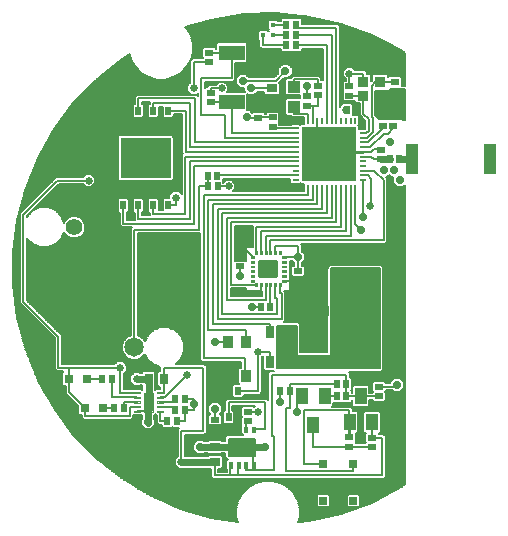
<source format=gtl>
G75*
%MOIN*%
%OFA0B0*%
%FSLAX25Y25*%
%IPPOS*%
%LPD*%
%AMOC8*
5,1,8,0,0,1.08239X$1,22.5*
%
%ADD10R,0.06693X0.11811*%
%ADD11R,0.03150X0.11811*%
%ADD12R,0.02717X0.03898*%
%ADD13R,0.02756X0.01969*%
%ADD14R,0.03543X0.02756*%
%ADD15R,0.01969X0.02756*%
%ADD16R,0.01969X0.00787*%
%ADD17R,0.00787X0.01969*%
%ADD18R,0.18110X0.18110*%
%ADD19R,0.02756X0.03543*%
%ADD20R,0.03150X0.03150*%
%ADD21C,0.00394*%
%ADD22C,0.00354*%
%ADD23C,0.00630*%
%ADD24C,0.00118*%
%ADD25R,0.03543X0.03937*%
%ADD26R,0.04000X0.10000*%
%ADD27R,0.03937X0.05512*%
%ADD28R,0.01772X0.01772*%
%ADD29R,0.03740X0.03346*%
%ADD30R,0.04331X0.03937*%
%ADD31R,0.02500X0.02600*%
%ADD32C,0.00157*%
%ADD33C,0.01213*%
%ADD34R,0.08661X0.05118*%
%ADD35R,0.01969X0.02953*%
%ADD36R,0.16900X0.13400*%
%ADD37C,0.05543*%
%ADD38C,0.06496*%
%ADD39C,0.00600*%
%ADD40C,0.03000*%
%ADD41C,0.00700*%
%ADD42C,0.02919*%
%ADD43C,0.00866*%
%ADD44C,0.02400*%
%ADD45C,0.02900*%
%ADD46C,0.02600*%
D10*
X0123841Y0083974D03*
X0123841Y0068226D03*
X0113959Y0068226D03*
X0113959Y0083974D03*
D11*
X0130731Y0083974D03*
X0130731Y0068226D03*
X0107069Y0068226D03*
X0107069Y0083974D03*
D12*
X0098040Y0069018D03*
X0094300Y0069018D03*
X0090560Y0069018D03*
X0090560Y0058782D03*
X0094300Y0058782D03*
X0098040Y0058782D03*
D13*
X0127500Y0129775D03*
X0127500Y0126625D03*
X0128200Y0140675D03*
X0128200Y0137525D03*
X0131800Y0140675D03*
X0131800Y0137525D03*
X0132200Y0149125D03*
X0132200Y0152275D03*
X0117100Y0150875D03*
X0117100Y0147725D03*
X0102900Y0147575D03*
X0102900Y0144425D03*
X0091500Y0140475D03*
X0091500Y0137325D03*
X0086722Y0140437D03*
X0086722Y0143587D03*
X0083400Y0042375D03*
X0083400Y0039225D03*
X0072300Y0039675D03*
X0072300Y0036525D03*
X0080700Y0090825D03*
X0080700Y0093975D03*
X0100000Y0089175D03*
X0100000Y0086025D03*
X0117100Y0030725D03*
X0117100Y0033875D03*
X0124700Y0033775D03*
X0124700Y0030625D03*
X0127000Y0047525D03*
X0127000Y0050675D03*
X0106600Y0151075D03*
X0106600Y0147925D03*
X0070400Y0158925D03*
X0070400Y0162075D03*
X0070900Y0148675D03*
X0070900Y0145525D03*
D14*
X0091200Y0150159D03*
X0091200Y0145041D03*
X0072200Y0030659D03*
X0072200Y0025541D03*
D15*
X0116325Y0142900D03*
X0119475Y0142900D03*
X0059575Y0039200D03*
X0056425Y0039200D03*
X0079975Y0049300D03*
X0076825Y0049300D03*
X0094133Y0049385D03*
X0097282Y0049385D03*
X0087625Y0077400D03*
X0090775Y0077400D03*
X0116075Y0051500D03*
X0112925Y0051500D03*
X0116075Y0047500D03*
X0112925Y0047500D03*
X0079975Y0040500D03*
X0076825Y0040500D03*
X0034725Y0053400D03*
X0037875Y0053400D03*
X0038725Y0043600D03*
X0041875Y0043600D03*
X0062275Y0043000D03*
X0059125Y0043000D03*
X0062175Y0046700D03*
X0059025Y0046700D03*
X0099275Y0171400D03*
X0096125Y0171400D03*
X0099275Y0164500D03*
X0096125Y0164500D03*
X0099275Y0167900D03*
X0096125Y0167900D03*
X0130525Y0126600D03*
X0133675Y0126600D03*
X0069925Y0121000D03*
X0073075Y0121000D03*
X0073175Y0117500D03*
X0070025Y0117500D03*
D16*
X0099180Y0136861D03*
X0099180Y0135287D03*
X0099180Y0133712D03*
X0099180Y0132137D03*
X0099180Y0130562D03*
X0099180Y0128987D03*
X0099180Y0127413D03*
X0099180Y0125838D03*
X0099180Y0124263D03*
X0099180Y0122688D03*
X0099180Y0121113D03*
X0099180Y0119539D03*
X0121620Y0119539D03*
X0121620Y0121113D03*
X0121620Y0122688D03*
X0121620Y0124263D03*
X0121620Y0125838D03*
X0121620Y0127413D03*
X0121620Y0128987D03*
X0121620Y0130562D03*
X0121620Y0132137D03*
X0121620Y0133712D03*
X0121620Y0135287D03*
X0121620Y0136861D03*
D17*
X0101739Y0116980D03*
X0103313Y0116980D03*
X0104888Y0116980D03*
X0106463Y0116980D03*
X0108038Y0116980D03*
X0109613Y0116980D03*
X0111187Y0116980D03*
X0112762Y0116980D03*
X0114337Y0116980D03*
X0115912Y0116980D03*
X0117487Y0116980D03*
X0119061Y0116980D03*
X0119061Y0139420D03*
X0117487Y0139420D03*
X0115912Y0139420D03*
X0114337Y0139420D03*
X0112762Y0139420D03*
X0111187Y0139420D03*
X0109613Y0139420D03*
X0108038Y0139420D03*
X0106463Y0139420D03*
X0104888Y0139420D03*
X0103313Y0139420D03*
X0101739Y0139420D03*
D18*
X0110400Y0128200D03*
D19*
X0050141Y0053300D03*
X0055259Y0053300D03*
D20*
X0029653Y0053400D03*
X0023747Y0053400D03*
X0034953Y0043600D03*
X0029047Y0043600D03*
D21*
X0047147Y0048554D02*
X0045179Y0048554D01*
X0045179Y0048946D01*
X0047147Y0048946D01*
X0047147Y0048554D01*
X0047147Y0046979D02*
X0045179Y0046979D01*
X0045179Y0047371D01*
X0047147Y0047371D01*
X0047147Y0046979D01*
X0047147Y0045404D02*
X0045179Y0045404D01*
X0045179Y0045796D01*
X0047147Y0045796D01*
X0047147Y0045404D01*
X0047147Y0043829D02*
X0045179Y0043829D01*
X0045179Y0044221D01*
X0047147Y0044221D01*
X0047147Y0043829D01*
X0047147Y0042254D02*
X0045179Y0042254D01*
X0045179Y0042646D01*
X0047147Y0042646D01*
X0047147Y0042254D01*
X0055021Y0042254D02*
X0053053Y0042254D01*
X0053053Y0042646D01*
X0055021Y0042646D01*
X0055021Y0042254D01*
X0055021Y0043829D02*
X0053053Y0043829D01*
X0053053Y0044221D01*
X0055021Y0044221D01*
X0055021Y0043829D01*
X0055021Y0045404D02*
X0053053Y0045404D01*
X0053053Y0045796D01*
X0055021Y0045796D01*
X0055021Y0045404D01*
X0055021Y0046979D02*
X0053053Y0046979D01*
X0053053Y0047371D01*
X0055021Y0047371D01*
X0055021Y0046979D01*
X0055021Y0048554D02*
X0053053Y0048554D01*
X0053053Y0048946D01*
X0055021Y0048946D01*
X0055021Y0048554D01*
D22*
X0051694Y0048769D02*
X0051694Y0042431D01*
X0048506Y0042431D01*
X0048506Y0048769D01*
X0051694Y0048769D01*
X0051694Y0042784D02*
X0048506Y0042784D01*
X0048506Y0043137D02*
X0051694Y0043137D01*
X0051694Y0043490D02*
X0048506Y0043490D01*
X0048506Y0043843D02*
X0051694Y0043843D01*
X0051694Y0044196D02*
X0048506Y0044196D01*
X0048506Y0044549D02*
X0051694Y0044549D01*
X0051694Y0044902D02*
X0048506Y0044902D01*
X0048506Y0045255D02*
X0051694Y0045255D01*
X0051694Y0045608D02*
X0048506Y0045608D01*
X0048506Y0045961D02*
X0051694Y0045961D01*
X0051694Y0046314D02*
X0048506Y0046314D01*
X0048506Y0046667D02*
X0051694Y0046667D01*
X0051694Y0047020D02*
X0048506Y0047020D01*
X0048506Y0047373D02*
X0051694Y0047373D01*
X0051694Y0047726D02*
X0048506Y0047726D01*
X0048506Y0048079D02*
X0051694Y0048079D01*
X0051694Y0048432D02*
X0048506Y0048432D01*
D23*
X0085709Y0033434D02*
X0085709Y0027766D01*
X0076891Y0027766D01*
X0076891Y0033434D01*
X0085709Y0033434D01*
X0085709Y0028395D02*
X0076891Y0028395D01*
X0076891Y0029024D02*
X0085709Y0029024D01*
X0085709Y0029653D02*
X0076891Y0029653D01*
X0076891Y0030282D02*
X0085709Y0030282D01*
X0085709Y0030911D02*
X0076891Y0030911D01*
X0076891Y0031540D02*
X0085709Y0031540D01*
X0085709Y0032169D02*
X0076891Y0032169D01*
X0076891Y0032798D02*
X0085709Y0032798D01*
X0085709Y0033427D02*
X0076891Y0033427D01*
D24*
X0077992Y0025619D02*
X0077992Y0023769D01*
X0076930Y0023769D01*
X0076930Y0025619D01*
X0077992Y0025619D01*
X0077992Y0023886D02*
X0076930Y0023886D01*
X0076930Y0024003D02*
X0077992Y0024003D01*
X0077992Y0024120D02*
X0076930Y0024120D01*
X0076930Y0024237D02*
X0077992Y0024237D01*
X0077992Y0024354D02*
X0076930Y0024354D01*
X0076930Y0024471D02*
X0077992Y0024471D01*
X0077992Y0024588D02*
X0076930Y0024588D01*
X0076930Y0024705D02*
X0077992Y0024705D01*
X0077992Y0024822D02*
X0076930Y0024822D01*
X0076930Y0024939D02*
X0077992Y0024939D01*
X0077992Y0025056D02*
X0076930Y0025056D01*
X0076930Y0025173D02*
X0077992Y0025173D01*
X0077992Y0025290D02*
X0076930Y0025290D01*
X0076930Y0025407D02*
X0077992Y0025407D01*
X0077992Y0025524D02*
X0076930Y0025524D01*
X0080551Y0025619D02*
X0080551Y0023769D01*
X0079489Y0023769D01*
X0079489Y0025619D01*
X0080551Y0025619D01*
X0080551Y0023886D02*
X0079489Y0023886D01*
X0079489Y0024003D02*
X0080551Y0024003D01*
X0080551Y0024120D02*
X0079489Y0024120D01*
X0079489Y0024237D02*
X0080551Y0024237D01*
X0080551Y0024354D02*
X0079489Y0024354D01*
X0079489Y0024471D02*
X0080551Y0024471D01*
X0080551Y0024588D02*
X0079489Y0024588D01*
X0079489Y0024705D02*
X0080551Y0024705D01*
X0080551Y0024822D02*
X0079489Y0024822D01*
X0079489Y0024939D02*
X0080551Y0024939D01*
X0080551Y0025056D02*
X0079489Y0025056D01*
X0079489Y0025173D02*
X0080551Y0025173D01*
X0080551Y0025290D02*
X0079489Y0025290D01*
X0079489Y0025407D02*
X0080551Y0025407D01*
X0080551Y0025524D02*
X0079489Y0025524D01*
X0083111Y0025619D02*
X0083111Y0023769D01*
X0082049Y0023769D01*
X0082049Y0025619D01*
X0083111Y0025619D01*
X0083111Y0023886D02*
X0082049Y0023886D01*
X0082049Y0024003D02*
X0083111Y0024003D01*
X0083111Y0024120D02*
X0082049Y0024120D01*
X0082049Y0024237D02*
X0083111Y0024237D01*
X0083111Y0024354D02*
X0082049Y0024354D01*
X0082049Y0024471D02*
X0083111Y0024471D01*
X0083111Y0024588D02*
X0082049Y0024588D01*
X0082049Y0024705D02*
X0083111Y0024705D01*
X0083111Y0024822D02*
X0082049Y0024822D01*
X0082049Y0024939D02*
X0083111Y0024939D01*
X0083111Y0025056D02*
X0082049Y0025056D01*
X0082049Y0025173D02*
X0083111Y0025173D01*
X0083111Y0025290D02*
X0082049Y0025290D01*
X0082049Y0025407D02*
X0083111Y0025407D01*
X0083111Y0025524D02*
X0082049Y0025524D01*
X0085670Y0025619D02*
X0085670Y0023769D01*
X0084608Y0023769D01*
X0084608Y0025619D01*
X0085670Y0025619D01*
X0085670Y0023886D02*
X0084608Y0023886D01*
X0084608Y0024003D02*
X0085670Y0024003D01*
X0085670Y0024120D02*
X0084608Y0024120D01*
X0084608Y0024237D02*
X0085670Y0024237D01*
X0085670Y0024354D02*
X0084608Y0024354D01*
X0084608Y0024471D02*
X0085670Y0024471D01*
X0085670Y0024588D02*
X0084608Y0024588D01*
X0084608Y0024705D02*
X0085670Y0024705D01*
X0085670Y0024822D02*
X0084608Y0024822D01*
X0084608Y0024939D02*
X0085670Y0024939D01*
X0085670Y0025056D02*
X0084608Y0025056D01*
X0084608Y0025173D02*
X0085670Y0025173D01*
X0085670Y0025290D02*
X0084608Y0025290D01*
X0084608Y0025407D02*
X0085670Y0025407D01*
X0085670Y0025524D02*
X0084608Y0025524D01*
X0085670Y0037431D02*
X0085670Y0035581D01*
X0084608Y0035581D01*
X0084608Y0037431D01*
X0085670Y0037431D01*
X0085670Y0035698D02*
X0084608Y0035698D01*
X0084608Y0035815D02*
X0085670Y0035815D01*
X0085670Y0035932D02*
X0084608Y0035932D01*
X0084608Y0036049D02*
X0085670Y0036049D01*
X0085670Y0036166D02*
X0084608Y0036166D01*
X0084608Y0036283D02*
X0085670Y0036283D01*
X0085670Y0036400D02*
X0084608Y0036400D01*
X0084608Y0036517D02*
X0085670Y0036517D01*
X0085670Y0036634D02*
X0084608Y0036634D01*
X0084608Y0036751D02*
X0085670Y0036751D01*
X0085670Y0036868D02*
X0084608Y0036868D01*
X0084608Y0036985D02*
X0085670Y0036985D01*
X0085670Y0037102D02*
X0084608Y0037102D01*
X0084608Y0037219D02*
X0085670Y0037219D01*
X0085670Y0037336D02*
X0084608Y0037336D01*
X0083111Y0037431D02*
X0083111Y0035581D01*
X0082049Y0035581D01*
X0082049Y0037431D01*
X0083111Y0037431D01*
X0083111Y0035698D02*
X0082049Y0035698D01*
X0082049Y0035815D02*
X0083111Y0035815D01*
X0083111Y0035932D02*
X0082049Y0035932D01*
X0082049Y0036049D02*
X0083111Y0036049D01*
X0083111Y0036166D02*
X0082049Y0036166D01*
X0082049Y0036283D02*
X0083111Y0036283D01*
X0083111Y0036400D02*
X0082049Y0036400D01*
X0082049Y0036517D02*
X0083111Y0036517D01*
X0083111Y0036634D02*
X0082049Y0036634D01*
X0082049Y0036751D02*
X0083111Y0036751D01*
X0083111Y0036868D02*
X0082049Y0036868D01*
X0082049Y0036985D02*
X0083111Y0036985D01*
X0083111Y0037102D02*
X0082049Y0037102D01*
X0082049Y0037219D02*
X0083111Y0037219D01*
X0083111Y0037336D02*
X0082049Y0037336D01*
X0080551Y0037431D02*
X0080551Y0035581D01*
X0079489Y0035581D01*
X0079489Y0037431D01*
X0080551Y0037431D01*
X0080551Y0035698D02*
X0079489Y0035698D01*
X0079489Y0035815D02*
X0080551Y0035815D01*
X0080551Y0035932D02*
X0079489Y0035932D01*
X0079489Y0036049D02*
X0080551Y0036049D01*
X0080551Y0036166D02*
X0079489Y0036166D01*
X0079489Y0036283D02*
X0080551Y0036283D01*
X0080551Y0036400D02*
X0079489Y0036400D01*
X0079489Y0036517D02*
X0080551Y0036517D01*
X0080551Y0036634D02*
X0079489Y0036634D01*
X0079489Y0036751D02*
X0080551Y0036751D01*
X0080551Y0036868D02*
X0079489Y0036868D01*
X0079489Y0036985D02*
X0080551Y0036985D01*
X0080551Y0037102D02*
X0079489Y0037102D01*
X0079489Y0037219D02*
X0080551Y0037219D01*
X0080551Y0037336D02*
X0079489Y0037336D01*
X0077992Y0037431D02*
X0077992Y0035581D01*
X0076930Y0035581D01*
X0076930Y0037431D01*
X0077992Y0037431D01*
X0077992Y0035698D02*
X0076930Y0035698D01*
X0076930Y0035815D02*
X0077992Y0035815D01*
X0077992Y0035932D02*
X0076930Y0035932D01*
X0076930Y0036049D02*
X0077992Y0036049D01*
X0077992Y0036166D02*
X0076930Y0036166D01*
X0076930Y0036283D02*
X0077992Y0036283D01*
X0077992Y0036400D02*
X0076930Y0036400D01*
X0076930Y0036517D02*
X0077992Y0036517D01*
X0077992Y0036634D02*
X0076930Y0036634D01*
X0076930Y0036751D02*
X0077992Y0036751D01*
X0077992Y0036868D02*
X0076930Y0036868D01*
X0076930Y0036985D02*
X0077992Y0036985D01*
X0077992Y0037102D02*
X0076930Y0037102D01*
X0076930Y0037219D02*
X0077992Y0037219D01*
X0077992Y0037336D02*
X0076930Y0037336D01*
D25*
X0082653Y0065609D03*
X0076747Y0065609D03*
X0076747Y0054191D03*
X0082653Y0054191D03*
D26*
X0138000Y0126600D03*
X0164000Y0126600D03*
D27*
X0120884Y0047540D03*
X0124624Y0038878D03*
X0117144Y0038878D03*
X0105120Y0038052D03*
X0101380Y0047501D03*
X0108860Y0047501D03*
D28*
X0088327Y0171173D03*
X0091673Y0171173D03*
X0091673Y0167827D03*
X0088327Y0167827D03*
D29*
X0121646Y0147736D03*
X0127354Y0147736D03*
X0127354Y0152264D03*
X0121646Y0152264D03*
D30*
X0098700Y0143954D03*
X0098700Y0150646D03*
D31*
X0118440Y0024900D03*
X0118440Y0012700D03*
X0108360Y0024900D03*
X0108360Y0012700D03*
D32*
X0085197Y0094252D02*
X0085197Y0093622D01*
X0084173Y0093622D01*
X0084173Y0094252D01*
X0085197Y0094252D01*
X0085197Y0093778D02*
X0084173Y0093778D01*
X0084173Y0093934D02*
X0085197Y0093934D01*
X0085197Y0094090D02*
X0084173Y0094090D01*
X0084173Y0094246D02*
X0085197Y0094246D01*
X0085197Y0092677D02*
X0085197Y0092047D01*
X0084173Y0092047D01*
X0084173Y0092677D01*
X0085197Y0092677D01*
X0085197Y0092203D02*
X0084173Y0092203D01*
X0084173Y0092359D02*
X0085197Y0092359D01*
X0085197Y0092515D02*
X0084173Y0092515D01*
X0084173Y0092671D02*
X0085197Y0092671D01*
X0085197Y0091102D02*
X0085197Y0090472D01*
X0084173Y0090472D01*
X0084173Y0091102D01*
X0085197Y0091102D01*
X0085197Y0090628D02*
X0084173Y0090628D01*
X0084173Y0090784D02*
X0085197Y0090784D01*
X0085197Y0090940D02*
X0084173Y0090940D01*
X0084173Y0091096D02*
X0085197Y0091096D01*
X0085197Y0089528D02*
X0085197Y0088898D01*
X0084173Y0088898D01*
X0084173Y0089528D01*
X0085197Y0089528D01*
X0085197Y0089054D02*
X0084173Y0089054D01*
X0084173Y0089210D02*
X0085197Y0089210D01*
X0085197Y0089366D02*
X0084173Y0089366D01*
X0084173Y0089522D02*
X0085197Y0089522D01*
X0085197Y0087953D02*
X0085197Y0087323D01*
X0084173Y0087323D01*
X0084173Y0087953D01*
X0085197Y0087953D01*
X0085197Y0087479D02*
X0084173Y0087479D01*
X0084173Y0087635D02*
X0085197Y0087635D01*
X0085197Y0087791D02*
X0084173Y0087791D01*
X0084173Y0087947D02*
X0085197Y0087947D01*
X0085197Y0086378D02*
X0085197Y0085748D01*
X0084173Y0085748D01*
X0084173Y0086378D01*
X0085197Y0086378D01*
X0085197Y0085904D02*
X0084173Y0085904D01*
X0084173Y0086060D02*
X0085197Y0086060D01*
X0085197Y0086216D02*
X0084173Y0086216D01*
X0084173Y0086372D02*
X0085197Y0086372D01*
X0086378Y0084173D02*
X0085748Y0084173D01*
X0085748Y0085197D01*
X0086378Y0085197D01*
X0086378Y0084173D01*
X0086378Y0084329D02*
X0085748Y0084329D01*
X0085748Y0084485D02*
X0086378Y0084485D01*
X0086378Y0084641D02*
X0085748Y0084641D01*
X0085748Y0084797D02*
X0086378Y0084797D01*
X0086378Y0084953D02*
X0085748Y0084953D01*
X0085748Y0085109D02*
X0086378Y0085109D01*
X0087953Y0084173D02*
X0087323Y0084173D01*
X0087323Y0085197D01*
X0087953Y0085197D01*
X0087953Y0084173D01*
X0087953Y0084329D02*
X0087323Y0084329D01*
X0087323Y0084485D02*
X0087953Y0084485D01*
X0087953Y0084641D02*
X0087323Y0084641D01*
X0087323Y0084797D02*
X0087953Y0084797D01*
X0087953Y0084953D02*
X0087323Y0084953D01*
X0087323Y0085109D02*
X0087953Y0085109D01*
X0089528Y0084173D02*
X0088898Y0084173D01*
X0088898Y0085197D01*
X0089528Y0085197D01*
X0089528Y0084173D01*
X0089528Y0084329D02*
X0088898Y0084329D01*
X0088898Y0084485D02*
X0089528Y0084485D01*
X0089528Y0084641D02*
X0088898Y0084641D01*
X0088898Y0084797D02*
X0089528Y0084797D01*
X0089528Y0084953D02*
X0088898Y0084953D01*
X0088898Y0085109D02*
X0089528Y0085109D01*
X0091102Y0084173D02*
X0090472Y0084173D01*
X0090472Y0085197D01*
X0091102Y0085197D01*
X0091102Y0084173D01*
X0091102Y0084329D02*
X0090472Y0084329D01*
X0090472Y0084485D02*
X0091102Y0084485D01*
X0091102Y0084641D02*
X0090472Y0084641D01*
X0090472Y0084797D02*
X0091102Y0084797D01*
X0091102Y0084953D02*
X0090472Y0084953D01*
X0090472Y0085109D02*
X0091102Y0085109D01*
X0092677Y0084173D02*
X0092047Y0084173D01*
X0092047Y0085197D01*
X0092677Y0085197D01*
X0092677Y0084173D01*
X0092677Y0084329D02*
X0092047Y0084329D01*
X0092047Y0084485D02*
X0092677Y0084485D01*
X0092677Y0084641D02*
X0092047Y0084641D01*
X0092047Y0084797D02*
X0092677Y0084797D01*
X0092677Y0084953D02*
X0092047Y0084953D01*
X0092047Y0085109D02*
X0092677Y0085109D01*
X0094252Y0084173D02*
X0093622Y0084173D01*
X0093622Y0085197D01*
X0094252Y0085197D01*
X0094252Y0084173D01*
X0094252Y0084329D02*
X0093622Y0084329D01*
X0093622Y0084485D02*
X0094252Y0084485D01*
X0094252Y0084641D02*
X0093622Y0084641D01*
X0093622Y0084797D02*
X0094252Y0084797D01*
X0094252Y0084953D02*
X0093622Y0084953D01*
X0093622Y0085109D02*
X0094252Y0085109D01*
X0095827Y0086378D02*
X0095827Y0085748D01*
X0094803Y0085748D01*
X0094803Y0086378D01*
X0095827Y0086378D01*
X0095827Y0085904D02*
X0094803Y0085904D01*
X0094803Y0086060D02*
X0095827Y0086060D01*
X0095827Y0086216D02*
X0094803Y0086216D01*
X0094803Y0086372D02*
X0095827Y0086372D01*
X0095827Y0087953D02*
X0095827Y0087323D01*
X0094803Y0087323D01*
X0094803Y0087953D01*
X0095827Y0087953D01*
X0095827Y0087479D02*
X0094803Y0087479D01*
X0094803Y0087635D02*
X0095827Y0087635D01*
X0095827Y0087791D02*
X0094803Y0087791D01*
X0094803Y0087947D02*
X0095827Y0087947D01*
X0095827Y0089528D02*
X0095827Y0088898D01*
X0094803Y0088898D01*
X0094803Y0089528D01*
X0095827Y0089528D01*
X0095827Y0089054D02*
X0094803Y0089054D01*
X0094803Y0089210D02*
X0095827Y0089210D01*
X0095827Y0089366D02*
X0094803Y0089366D01*
X0094803Y0089522D02*
X0095827Y0089522D01*
X0095827Y0091102D02*
X0095827Y0090472D01*
X0094803Y0090472D01*
X0094803Y0091102D01*
X0095827Y0091102D01*
X0095827Y0090628D02*
X0094803Y0090628D01*
X0094803Y0090784D02*
X0095827Y0090784D01*
X0095827Y0090940D02*
X0094803Y0090940D01*
X0094803Y0091096D02*
X0095827Y0091096D01*
X0095827Y0092677D02*
X0095827Y0092047D01*
X0094803Y0092047D01*
X0094803Y0092677D01*
X0095827Y0092677D01*
X0095827Y0092203D02*
X0094803Y0092203D01*
X0094803Y0092359D02*
X0095827Y0092359D01*
X0095827Y0092515D02*
X0094803Y0092515D01*
X0094803Y0092671D02*
X0095827Y0092671D01*
X0095827Y0094252D02*
X0095827Y0093622D01*
X0094803Y0093622D01*
X0094803Y0094252D01*
X0095827Y0094252D01*
X0095827Y0093778D02*
X0094803Y0093778D01*
X0094803Y0093934D02*
X0095827Y0093934D01*
X0095827Y0094090D02*
X0094803Y0094090D01*
X0094803Y0094246D02*
X0095827Y0094246D01*
X0093622Y0095827D02*
X0094252Y0095827D01*
X0094252Y0094803D01*
X0093622Y0094803D01*
X0093622Y0095827D01*
X0093622Y0094959D02*
X0094252Y0094959D01*
X0094252Y0095115D02*
X0093622Y0095115D01*
X0093622Y0095271D02*
X0094252Y0095271D01*
X0094252Y0095427D02*
X0093622Y0095427D01*
X0093622Y0095583D02*
X0094252Y0095583D01*
X0094252Y0095739D02*
X0093622Y0095739D01*
X0092677Y0094803D02*
X0092047Y0094803D01*
X0092047Y0095827D01*
X0092677Y0095827D01*
X0092677Y0094803D01*
X0092677Y0094959D02*
X0092047Y0094959D01*
X0092047Y0095115D02*
X0092677Y0095115D01*
X0092677Y0095271D02*
X0092047Y0095271D01*
X0092047Y0095427D02*
X0092677Y0095427D01*
X0092677Y0095583D02*
X0092047Y0095583D01*
X0092047Y0095739D02*
X0092677Y0095739D01*
X0091102Y0094803D02*
X0090472Y0094803D01*
X0090472Y0095827D01*
X0091102Y0095827D01*
X0091102Y0094803D01*
X0091102Y0094959D02*
X0090472Y0094959D01*
X0090472Y0095115D02*
X0091102Y0095115D01*
X0091102Y0095271D02*
X0090472Y0095271D01*
X0090472Y0095427D02*
X0091102Y0095427D01*
X0091102Y0095583D02*
X0090472Y0095583D01*
X0090472Y0095739D02*
X0091102Y0095739D01*
X0089528Y0094803D02*
X0088898Y0094803D01*
X0088898Y0095827D01*
X0089528Y0095827D01*
X0089528Y0094803D01*
X0089528Y0094959D02*
X0088898Y0094959D01*
X0088898Y0095115D02*
X0089528Y0095115D01*
X0089528Y0095271D02*
X0088898Y0095271D01*
X0088898Y0095427D02*
X0089528Y0095427D01*
X0089528Y0095583D02*
X0088898Y0095583D01*
X0088898Y0095739D02*
X0089528Y0095739D01*
X0087953Y0094803D02*
X0087323Y0094803D01*
X0087323Y0095827D01*
X0087953Y0095827D01*
X0087953Y0094803D01*
X0087953Y0094959D02*
X0087323Y0094959D01*
X0087323Y0095115D02*
X0087953Y0095115D01*
X0087953Y0095271D02*
X0087323Y0095271D01*
X0087323Y0095427D02*
X0087953Y0095427D01*
X0087953Y0095583D02*
X0087323Y0095583D01*
X0087323Y0095739D02*
X0087953Y0095739D01*
X0086378Y0094803D02*
X0085748Y0094803D01*
X0085748Y0095827D01*
X0086378Y0095827D01*
X0086378Y0094803D01*
X0086378Y0094959D02*
X0085748Y0094959D01*
X0085748Y0095115D02*
X0086378Y0095115D01*
X0086378Y0095271D02*
X0085748Y0095271D01*
X0085748Y0095427D02*
X0086378Y0095427D01*
X0086378Y0095583D02*
X0085748Y0095583D01*
X0085748Y0095739D02*
X0086378Y0095739D01*
D33*
X0092740Y0092425D02*
X0092740Y0087575D01*
X0087260Y0087575D01*
X0087260Y0092425D01*
X0092740Y0092425D01*
X0092740Y0088787D02*
X0087260Y0088787D01*
X0087260Y0089999D02*
X0092740Y0089999D01*
X0092740Y0091211D02*
X0087260Y0091211D01*
X0087260Y0092423D02*
X0092740Y0092423D01*
D34*
X0077900Y0162068D03*
X0077900Y0145532D03*
D35*
X0041700Y0111150D03*
X0046700Y0111150D03*
X0051700Y0111150D03*
X0056700Y0111150D03*
X0041700Y0142650D03*
X0046700Y0142650D03*
X0051700Y0142650D03*
X0056700Y0142650D03*
D36*
X0049200Y0126900D03*
D37*
X0025400Y0103800D03*
D38*
X0045400Y0063800D03*
D39*
X0127200Y0056800D02*
X0092900Y0056800D01*
X0092900Y0071100D01*
X0099500Y0071100D01*
X0099500Y0061100D01*
X0111100Y0061100D01*
X0111100Y0090200D01*
X0127200Y0090200D01*
X0127200Y0056800D01*
X0127200Y0056859D02*
X0092900Y0056859D01*
X0092900Y0057457D02*
X0127200Y0057457D01*
X0127200Y0058056D02*
X0092900Y0058056D01*
X0092900Y0058654D02*
X0127200Y0058654D01*
X0127200Y0059253D02*
X0092900Y0059253D01*
X0092900Y0059851D02*
X0127200Y0059851D01*
X0127200Y0060450D02*
X0092900Y0060450D01*
X0092900Y0061048D02*
X0127200Y0061048D01*
X0099500Y0061647D02*
X0092900Y0061647D01*
X0111100Y0061647D02*
X0127200Y0061647D01*
X0099500Y0062245D02*
X0092900Y0062245D01*
X0111100Y0062245D02*
X0127200Y0062245D01*
X0099500Y0062844D02*
X0092900Y0062844D01*
X0111100Y0062844D02*
X0127200Y0062844D01*
X0099500Y0063442D02*
X0092900Y0063442D01*
X0111100Y0063442D02*
X0127200Y0063442D01*
X0099500Y0064041D02*
X0092900Y0064041D01*
X0111100Y0064041D02*
X0127200Y0064041D01*
X0099500Y0064639D02*
X0092900Y0064639D01*
X0111100Y0064639D02*
X0127200Y0064639D01*
X0099500Y0065238D02*
X0092900Y0065238D01*
X0111100Y0065238D02*
X0127200Y0065238D01*
X0099500Y0065836D02*
X0092900Y0065836D01*
X0111100Y0065836D02*
X0127200Y0065836D01*
X0099500Y0066435D02*
X0092900Y0066435D01*
X0111100Y0066435D02*
X0127200Y0066435D01*
X0099500Y0067033D02*
X0092900Y0067033D01*
X0111100Y0067033D02*
X0127200Y0067033D01*
X0099500Y0067632D02*
X0092900Y0067632D01*
X0111100Y0067632D02*
X0127200Y0067632D01*
X0099500Y0068230D02*
X0092900Y0068230D01*
X0111100Y0068230D02*
X0127200Y0068230D01*
X0099500Y0068829D02*
X0092900Y0068829D01*
X0111100Y0068829D02*
X0127200Y0068829D01*
X0099500Y0069427D02*
X0092900Y0069427D01*
X0111100Y0069427D02*
X0127200Y0069427D01*
X0099500Y0070026D02*
X0092900Y0070026D01*
X0111100Y0070026D02*
X0127200Y0070026D01*
X0099500Y0070624D02*
X0092900Y0070624D01*
X0111100Y0070624D02*
X0127200Y0070624D01*
X0127200Y0071223D02*
X0111100Y0071223D01*
X0111100Y0071821D02*
X0127200Y0071821D01*
X0127200Y0072420D02*
X0111100Y0072420D01*
X0111100Y0073018D02*
X0127200Y0073018D01*
X0127200Y0073617D02*
X0111100Y0073617D01*
X0111100Y0074215D02*
X0127200Y0074215D01*
X0127200Y0074814D02*
X0111100Y0074814D01*
X0111100Y0075412D02*
X0127200Y0075412D01*
X0127200Y0076011D02*
X0111100Y0076011D01*
X0111100Y0076609D02*
X0127200Y0076609D01*
X0127200Y0077208D02*
X0111100Y0077208D01*
X0111100Y0077806D02*
X0127200Y0077806D01*
X0127200Y0078405D02*
X0111100Y0078405D01*
X0111100Y0079003D02*
X0127200Y0079003D01*
X0127200Y0079602D02*
X0111100Y0079602D01*
X0111100Y0080201D02*
X0127200Y0080201D01*
X0127200Y0080799D02*
X0111100Y0080799D01*
X0111100Y0081398D02*
X0127200Y0081398D01*
X0127200Y0081996D02*
X0111100Y0081996D01*
X0111100Y0082595D02*
X0127200Y0082595D01*
X0127200Y0083193D02*
X0111100Y0083193D01*
X0111100Y0083792D02*
X0127200Y0083792D01*
X0127200Y0084390D02*
X0111100Y0084390D01*
X0111100Y0084989D02*
X0127200Y0084989D01*
X0127200Y0085587D02*
X0111100Y0085587D01*
X0111100Y0086186D02*
X0127200Y0086186D01*
X0127200Y0086784D02*
X0111100Y0086784D01*
X0111100Y0087383D02*
X0127200Y0087383D01*
X0127200Y0087981D02*
X0111100Y0087981D01*
X0111100Y0088580D02*
X0127200Y0088580D01*
X0127200Y0089178D02*
X0111100Y0089178D01*
X0111100Y0089777D02*
X0127200Y0089777D01*
X0106463Y0116980D02*
X0106463Y0111600D01*
X0071700Y0111600D01*
X0090560Y0069018D02*
X0090560Y0071500D01*
X0071700Y0071500D01*
X0071700Y0111600D01*
X0121620Y0128987D02*
X0124387Y0128987D01*
X0125200Y0129800D01*
X0127475Y0129800D01*
X0127500Y0129775D01*
X0085139Y0024694D02*
X0085139Y0030600D01*
X0087000Y0030600D01*
X0072300Y0039675D02*
X0072300Y0043200D01*
X0046163Y0042450D02*
X0046163Y0042600D01*
X0050000Y0042600D01*
X0062175Y0046700D02*
X0065300Y0046700D01*
X0065300Y0044800D01*
X0065300Y0043000D01*
X0062275Y0043000D01*
X0094133Y0049385D02*
X0094100Y0049385D01*
X0094100Y0045700D01*
X0101380Y0047501D02*
X0099600Y0047501D01*
X0099600Y0042300D01*
X0059575Y0039200D02*
X0062275Y0039200D01*
X0062275Y0043000D01*
X0084500Y0077300D02*
X0087625Y0077400D01*
X0080700Y0087500D02*
X0080700Y0090825D01*
X0100000Y0089175D02*
X0100000Y0093900D01*
X0100000Y0093937D01*
X0092362Y0097600D02*
X0100000Y0097600D01*
X0100000Y0093900D01*
X0127000Y0050675D02*
X0132275Y0050675D01*
X0132900Y0051300D01*
X0091200Y0150159D02*
X0091159Y0150200D01*
X0084400Y0150200D01*
X0091500Y0140475D02*
X0091463Y0140437D01*
X0102900Y0147575D02*
X0103000Y0150800D01*
X0092362Y0097600D02*
X0092362Y0095315D01*
X0095315Y0093937D02*
X0095315Y0093900D01*
X0100000Y0093900D01*
X0110400Y0128200D02*
X0110400Y0130200D01*
X0076747Y0065609D02*
X0072300Y0065609D01*
X0072300Y0065600D01*
X0086722Y0140437D02*
X0083400Y0140437D01*
X0083000Y0140500D01*
X0135700Y0139700D02*
X0134900Y0139700D01*
X0134700Y0139900D01*
X0127000Y0139900D01*
X0125700Y0141200D01*
X0125700Y0149200D01*
X0130600Y0149200D01*
X0130600Y0149800D01*
X0135700Y0149800D01*
X0135700Y0139700D01*
X0135700Y0140052D02*
X0126848Y0140052D01*
X0126250Y0140650D02*
X0135700Y0140650D01*
X0135700Y0141249D02*
X0125700Y0141249D01*
X0125700Y0141847D02*
X0135700Y0141847D01*
X0135700Y0142446D02*
X0125700Y0142446D01*
X0125700Y0143044D02*
X0135700Y0143044D01*
X0135700Y0143643D02*
X0125700Y0143643D01*
X0125700Y0144241D02*
X0135700Y0144241D01*
X0135700Y0144840D02*
X0125700Y0144840D01*
X0125700Y0145438D02*
X0135700Y0145438D01*
X0135700Y0146037D02*
X0125700Y0146037D01*
X0125700Y0146635D02*
X0135700Y0146635D01*
X0135700Y0147234D02*
X0125700Y0147234D01*
X0125700Y0147832D02*
X0135700Y0147832D01*
X0135700Y0148431D02*
X0125700Y0148431D01*
X0125700Y0149029D02*
X0135700Y0149029D01*
X0135700Y0149628D02*
X0130600Y0149628D01*
X0121646Y0152264D02*
X0121646Y0155100D01*
X0117100Y0155100D01*
X0117100Y0150875D01*
X0090560Y0058782D02*
X0090560Y0062400D01*
X0086800Y0062400D01*
X0086800Y0049300D01*
X0079975Y0049300D01*
X0083400Y0042375D02*
X0083400Y0042400D01*
X0086800Y0042400D01*
X0086700Y0042300D01*
X0091500Y0140475D02*
X0086722Y0140475D01*
X0086722Y0140437D01*
X0115900Y0142900D02*
X0116325Y0142900D01*
X0070900Y0148675D02*
X0070900Y0150200D01*
X0074500Y0150200D01*
X0070400Y0158925D02*
X0065300Y0158925D01*
X0065300Y0150300D01*
X0056700Y0111150D02*
X0059300Y0111150D01*
X0059300Y0113700D01*
X0073175Y0117500D02*
X0076900Y0117500D01*
X0081600Y0152600D02*
X0092500Y0152600D01*
X0095800Y0155900D01*
X0046163Y0048750D02*
X0040700Y0048750D01*
X0040700Y0057000D01*
X0023747Y0057000D01*
X0023747Y0053400D01*
X0029047Y0040800D02*
X0043900Y0040800D01*
X0043900Y0044025D01*
X0046163Y0044025D01*
X0029047Y0043600D02*
X0023747Y0048900D01*
X0023747Y0053400D01*
X0029047Y0043600D02*
X0029047Y0040800D01*
X0023747Y0057000D02*
X0023800Y0057053D01*
X0030200Y0119400D02*
X0019800Y0119400D01*
X0008400Y0108000D01*
X0020100Y0057000D02*
X0023747Y0057000D01*
X0008400Y0108000D02*
X0008400Y0079000D01*
X0020100Y0067300D01*
X0020100Y0057000D01*
X0121600Y0107200D02*
X0121600Y0119518D01*
X0121620Y0119539D01*
X0121000Y0103100D02*
X0119061Y0105039D01*
X0119061Y0116980D01*
X0121620Y0121113D02*
X0123187Y0121113D01*
X0124200Y0120100D01*
X0124200Y0111400D01*
X0123900Y0111000D01*
X0121620Y0127413D02*
X0124387Y0127413D01*
X0125200Y0126600D01*
X0127475Y0126600D01*
X0127500Y0126625D01*
X0121620Y0130562D02*
X0123962Y0130562D01*
X0128500Y0135100D01*
X0130000Y0135100D01*
X0131800Y0136900D01*
X0131800Y0137525D01*
X0121620Y0132137D02*
X0123437Y0132137D01*
X0128200Y0136900D01*
X0128200Y0137525D01*
X0121620Y0133712D02*
X0123112Y0133712D01*
X0124900Y0135500D01*
X0124900Y0140300D01*
X0124500Y0140700D01*
X0124500Y0151000D01*
X0125764Y0152264D01*
X0127354Y0152264D01*
X0132200Y0152275D02*
X0127354Y0152275D01*
X0127354Y0152264D01*
X0121620Y0135287D02*
X0122787Y0135287D01*
X0123600Y0136100D01*
X0121700Y0141700D02*
X0121700Y0147682D01*
X0121646Y0147736D01*
X0123600Y0136100D02*
X0123600Y0139800D01*
X0121700Y0141700D01*
X0117100Y0147725D02*
X0117111Y0147736D01*
X0121646Y0147736D01*
X0103313Y0139420D02*
X0103313Y0141700D01*
X0098700Y0141700D01*
X0098700Y0143954D01*
X0106600Y0151075D02*
X0106600Y0153200D01*
X0098700Y0153200D01*
X0098700Y0150646D01*
X0104888Y0139420D02*
X0104888Y0144425D01*
X0102900Y0144425D01*
X0106600Y0147925D02*
X0106600Y0144425D01*
X0104888Y0144425D01*
X0103313Y0116980D02*
X0103313Y0114700D01*
X0068600Y0114700D01*
X0068600Y0060200D01*
X0082300Y0060200D01*
X0082300Y0054191D01*
X0082653Y0054191D01*
X0108038Y0116980D02*
X0108038Y0110100D01*
X0073300Y0110100D01*
X0073300Y0073300D01*
X0094500Y0073300D01*
X0094500Y0081800D01*
X0093937Y0081800D01*
X0093937Y0084685D01*
X0109613Y0116980D02*
X0109613Y0108500D01*
X0074700Y0108500D01*
X0074700Y0074800D01*
X0093100Y0074800D01*
X0093100Y0080300D01*
X0092362Y0080300D01*
X0092362Y0084685D01*
X0111187Y0116980D02*
X0111187Y0107000D01*
X0076300Y0107000D01*
X0076300Y0079700D01*
X0089200Y0079700D01*
X0089213Y0084685D02*
X0089213Y0079713D01*
X0089200Y0079700D01*
X0112762Y0116980D02*
X0112762Y0105500D01*
X0077800Y0105500D01*
X0077800Y0084685D01*
X0086063Y0084685D01*
X0114337Y0116980D02*
X0114337Y0104000D01*
X0086063Y0104000D01*
X0086063Y0095315D01*
X0115912Y0116980D02*
X0115912Y0102500D01*
X0087638Y0102500D01*
X0087638Y0095315D01*
X0117487Y0116980D02*
X0117487Y0101000D01*
X0089213Y0101000D01*
X0089213Y0095315D01*
X0090787Y0099600D02*
X0128500Y0099600D01*
X0121620Y0122688D02*
X0125412Y0122688D01*
X0128500Y0119600D01*
X0128500Y0099600D01*
X0090787Y0099600D02*
X0090787Y0095315D01*
X0099180Y0136861D02*
X0091500Y0136861D01*
X0091500Y0137325D01*
X0054037Y0042450D02*
X0054037Y0039200D01*
X0056425Y0039200D01*
X0054037Y0044025D02*
X0059025Y0044025D01*
X0059125Y0043000D01*
X0054037Y0045600D02*
X0059025Y0045600D01*
X0059025Y0046700D01*
X0080020Y0024694D02*
X0080020Y0021200D01*
X0077400Y0021200D01*
X0072200Y0021200D01*
X0072200Y0025541D01*
X0077461Y0024694D02*
X0077400Y0024694D01*
X0077400Y0021200D01*
X0054037Y0048750D02*
X0055259Y0048750D01*
X0055259Y0053300D01*
X0124700Y0033775D02*
X0124624Y0033850D01*
X0124624Y0038878D01*
X0080020Y0021200D02*
X0128000Y0021200D01*
X0128000Y0033775D01*
X0124700Y0033775D01*
X0061100Y0025600D02*
X0061100Y0035900D01*
X0068300Y0035900D01*
X0068300Y0057100D01*
X0055259Y0057100D01*
X0055259Y0053300D01*
X0054037Y0047175D02*
X0055575Y0047175D01*
X0062900Y0054500D01*
X0046163Y0045600D02*
X0041875Y0045600D01*
X0041875Y0043600D01*
X0046163Y0047175D02*
X0037875Y0047175D01*
X0037875Y0053400D01*
X0034725Y0053400D02*
X0029653Y0053400D01*
X0034953Y0043600D02*
X0038725Y0043600D01*
X0085139Y0036506D02*
X0089000Y0036506D01*
X0089000Y0045500D01*
X0076825Y0045500D01*
X0076825Y0040500D01*
X0100000Y0086025D02*
X0100000Y0086063D01*
X0080020Y0036506D02*
X0080020Y0040500D01*
X0079975Y0040500D01*
X0080020Y0036506D02*
X0077461Y0036506D01*
X0077461Y0036525D01*
X0072300Y0036525D01*
X0101739Y0139420D02*
X0094600Y0139420D01*
X0094600Y0145000D01*
X0091200Y0145000D01*
X0091200Y0145041D01*
X0086822Y0145041D01*
X0086722Y0143587D01*
X0088013Y0080900D02*
X0077500Y0080900D01*
X0077500Y0083485D01*
X0082700Y0083485D01*
X0082700Y0082876D01*
X0082876Y0082700D01*
X0088013Y0082700D01*
X0088013Y0080900D01*
X0082451Y0092709D02*
X0079000Y0092709D01*
X0079000Y0104300D01*
X0084863Y0104300D01*
X0084863Y0097300D01*
X0082876Y0097300D01*
X0082700Y0097124D01*
X0082700Y0092460D01*
X0082451Y0092709D01*
X0067400Y0101800D02*
X0067400Y0059703D01*
X0068103Y0059000D01*
X0081100Y0059000D01*
X0081100Y0057060D01*
X0080508Y0057060D01*
X0079981Y0056533D01*
X0079981Y0051850D01*
X0080253Y0051578D01*
X0078618Y0051578D01*
X0078091Y0051051D01*
X0078091Y0047549D01*
X0078618Y0047022D01*
X0081332Y0047022D01*
X0081859Y0047549D01*
X0081859Y0048100D01*
X0087297Y0048100D01*
X0088000Y0048803D01*
X0088000Y0060489D01*
X0088302Y0060790D01*
X0088302Y0056460D01*
X0088829Y0055933D01*
X0092070Y0055933D01*
X0092103Y0055900D01*
X0090703Y0055900D01*
X0090000Y0055197D01*
X0090000Y0046197D01*
X0089497Y0046700D01*
X0076328Y0046700D01*
X0075625Y0045997D01*
X0075625Y0042778D01*
X0075468Y0042778D01*
X0074941Y0042251D01*
X0074941Y0038749D01*
X0075468Y0038222D01*
X0078182Y0038222D01*
X0078709Y0038749D01*
X0078709Y0042251D01*
X0078182Y0042778D01*
X0078025Y0042778D01*
X0078025Y0044300D01*
X0085589Y0044300D01*
X0085349Y0044061D01*
X0085151Y0044259D01*
X0081649Y0044259D01*
X0081122Y0043732D01*
X0081122Y0041018D01*
X0081340Y0040800D01*
X0081122Y0040582D01*
X0081122Y0037868D01*
X0081126Y0037865D01*
X0081089Y0037828D01*
X0081089Y0035183D01*
X0081622Y0034650D01*
X0076387Y0034650D01*
X0075676Y0033938D01*
X0075676Y0032700D01*
X0074581Y0032700D01*
X0074344Y0032937D01*
X0070056Y0032937D01*
X0069878Y0032759D01*
X0068564Y0032759D01*
X0068373Y0032950D01*
X0066427Y0032950D01*
X0065050Y0031573D01*
X0065050Y0029627D01*
X0066427Y0028250D01*
X0068373Y0028250D01*
X0068682Y0028559D01*
X0069878Y0028559D01*
X0070056Y0028381D01*
X0074344Y0028381D01*
X0074463Y0028500D01*
X0075676Y0028500D01*
X0075676Y0027262D01*
X0076387Y0026550D01*
X0076504Y0026550D01*
X0075971Y0026017D01*
X0075971Y0023372D01*
X0076200Y0023143D01*
X0076200Y0022400D01*
X0073400Y0022400D01*
X0073400Y0023263D01*
X0074344Y0023263D01*
X0074872Y0023790D01*
X0074872Y0027292D01*
X0074344Y0027819D01*
X0070056Y0027819D01*
X0069878Y0027641D01*
X0062300Y0027641D01*
X0062300Y0034700D01*
X0068797Y0034700D01*
X0069500Y0035403D01*
X0069500Y0057597D01*
X0068797Y0058300D01*
X0059322Y0058300D01*
X0061048Y0060026D01*
X0062062Y0062475D01*
X0062062Y0065125D01*
X0061048Y0067574D01*
X0059174Y0069448D01*
X0056725Y0070462D01*
X0054075Y0070462D01*
X0051626Y0069448D01*
X0049752Y0067574D01*
X0049039Y0065853D01*
X0048917Y0066150D01*
X0047750Y0067317D01*
X0046600Y0067793D01*
X0046600Y0101800D01*
X0067400Y0101800D01*
X0070549Y0037791D02*
X0074051Y0037791D01*
X0074578Y0038318D01*
X0074578Y0041032D01*
X0074051Y0041559D01*
X0073982Y0041559D01*
X0074650Y0042227D01*
X0074650Y0044173D01*
X0073273Y0045550D01*
X0071327Y0045550D01*
X0069950Y0044173D01*
X0069950Y0042227D01*
X0070618Y0041559D01*
X0070549Y0041559D01*
X0070022Y0041032D01*
X0070022Y0038318D01*
X0070549Y0037791D01*
X0083131Y0159136D02*
X0083131Y0165000D01*
X0082603Y0165527D01*
X0073196Y0165527D01*
X0072669Y0165000D01*
X0072669Y0163440D01*
X0072151Y0163959D01*
X0068649Y0163959D01*
X0068122Y0163432D01*
X0068122Y0160718D01*
X0068340Y0160500D01*
X0068122Y0160282D01*
X0068122Y0160125D01*
X0064803Y0160125D01*
X0064100Y0159422D01*
X0064100Y0152211D01*
X0063100Y0151211D01*
X0063100Y0149389D01*
X0064389Y0148100D01*
X0066211Y0148100D01*
X0066600Y0148489D01*
X0066600Y0147597D01*
X0066197Y0148000D01*
X0046203Y0148000D01*
X0045500Y0147297D01*
X0045500Y0145026D01*
X0045343Y0145026D01*
X0044816Y0144499D01*
X0044816Y0140801D01*
X0045343Y0140274D01*
X0048057Y0140274D01*
X0048584Y0140801D01*
X0048584Y0144499D01*
X0048057Y0145026D01*
X0047900Y0145026D01*
X0047900Y0145600D01*
X0050500Y0145600D01*
X0050500Y0145026D01*
X0050343Y0145026D01*
X0049816Y0144499D01*
X0049816Y0140801D01*
X0050343Y0140274D01*
X0053057Y0140274D01*
X0053584Y0140801D01*
X0053584Y0144100D01*
X0054816Y0144100D01*
X0054816Y0140801D01*
X0055343Y0140274D01*
X0058057Y0140274D01*
X0058584Y0140801D01*
X0058584Y0141450D01*
X0061400Y0141450D01*
X0061400Y0128490D01*
X0061590Y0128300D01*
X0061200Y0127910D01*
X0061200Y0114911D01*
X0060211Y0115900D01*
X0058389Y0115900D01*
X0057100Y0114611D01*
X0057100Y0113526D01*
X0055343Y0113526D01*
X0054816Y0112999D01*
X0054816Y0109600D01*
X0053584Y0109600D01*
X0053584Y0112999D01*
X0053057Y0113526D01*
X0050343Y0113526D01*
X0049816Y0112999D01*
X0049816Y0109301D01*
X0050343Y0108774D01*
X0050500Y0108774D01*
X0050500Y0107903D01*
X0050503Y0107900D01*
X0047900Y0107900D01*
X0047900Y0108774D01*
X0048057Y0108774D01*
X0048584Y0109301D01*
X0048584Y0112999D01*
X0048057Y0113526D01*
X0045343Y0113526D01*
X0044816Y0112999D01*
X0044816Y0109301D01*
X0045343Y0108774D01*
X0045500Y0108774D01*
X0045500Y0106300D01*
X0042900Y0106300D01*
X0042900Y0108774D01*
X0043057Y0108774D01*
X0043584Y0109301D01*
X0043584Y0112999D01*
X0043057Y0113526D01*
X0040343Y0113526D01*
X0039816Y0112999D01*
X0039816Y0109301D01*
X0040343Y0108774D01*
X0040500Y0108774D01*
X0040500Y0104603D01*
X0041203Y0103900D01*
X0044603Y0103900D01*
X0044200Y0103497D01*
X0044200Y0067793D01*
X0043050Y0067317D01*
X0041883Y0066150D01*
X0041252Y0064625D01*
X0041252Y0062975D01*
X0041883Y0061450D01*
X0043050Y0060283D01*
X0044575Y0059652D01*
X0046225Y0059652D01*
X0047750Y0060283D01*
X0048917Y0061450D01*
X0049039Y0061747D01*
X0049752Y0060026D01*
X0051626Y0058152D01*
X0054059Y0057144D01*
X0054059Y0055972D01*
X0053508Y0055972D01*
X0052981Y0055444D01*
X0052981Y0051156D01*
X0053508Y0050628D01*
X0054059Y0050628D01*
X0054059Y0050043D01*
X0052598Y0050043D01*
X0052271Y0049716D01*
X0052241Y0049746D01*
X0052241Y0050978D01*
X0052419Y0051156D01*
X0052419Y0055444D01*
X0051892Y0055972D01*
X0048390Y0055972D01*
X0047863Y0055444D01*
X0047863Y0055400D01*
X0047211Y0055400D01*
X0047111Y0055500D01*
X0045289Y0055500D01*
X0044000Y0054211D01*
X0044000Y0052389D01*
X0045289Y0051100D01*
X0047111Y0051100D01*
X0047211Y0051200D01*
X0047863Y0051200D01*
X0047863Y0051156D01*
X0048041Y0050978D01*
X0048041Y0049828D01*
X0047929Y0049716D01*
X0047602Y0050043D01*
X0044724Y0050043D01*
X0044631Y0049950D01*
X0041900Y0049950D01*
X0041900Y0055089D01*
X0042900Y0056089D01*
X0042900Y0057911D01*
X0041611Y0059200D01*
X0039789Y0059200D01*
X0038789Y0058200D01*
X0024350Y0058200D01*
X0024297Y0058253D01*
X0023303Y0058253D01*
X0023250Y0058200D01*
X0021300Y0058200D01*
X0021300Y0067797D01*
X0020597Y0068500D01*
X0009600Y0079497D01*
X0009600Y0100393D01*
X0009752Y0100026D01*
X0011626Y0098152D01*
X0014075Y0097138D01*
X0016725Y0097138D01*
X0019174Y0098152D01*
X0021048Y0100026D01*
X0022018Y0102369D01*
X0022287Y0101720D01*
X0023320Y0100687D01*
X0024670Y0100128D01*
X0026130Y0100128D01*
X0027480Y0100687D01*
X0028513Y0101720D01*
X0029072Y0103070D01*
X0029072Y0104530D01*
X0028513Y0105880D01*
X0027480Y0106913D01*
X0026130Y0107472D01*
X0024670Y0107472D01*
X0023320Y0106913D01*
X0022287Y0105880D01*
X0022018Y0105231D01*
X0021048Y0107574D01*
X0019174Y0109448D01*
X0016725Y0110462D01*
X0014075Y0110462D01*
X0011626Y0109448D01*
X0009752Y0107574D01*
X0009600Y0107207D01*
X0009600Y0107503D01*
X0020297Y0118200D01*
X0028289Y0118200D01*
X0029289Y0117200D01*
X0031111Y0117200D01*
X0032400Y0118489D01*
X0032400Y0120311D01*
X0031111Y0121600D01*
X0029289Y0121600D01*
X0028289Y0120600D01*
X0019303Y0120600D01*
X0007903Y0109200D01*
X0007200Y0108497D01*
X0007200Y0078503D01*
X0018900Y0066803D01*
X0018900Y0056503D01*
X0019603Y0055800D01*
X0021725Y0055800D01*
X0021272Y0055348D01*
X0021272Y0051452D01*
X0021800Y0050925D01*
X0022547Y0050925D01*
X0022547Y0048403D01*
X0023250Y0047700D01*
X0026572Y0044378D01*
X0026572Y0041652D01*
X0027100Y0041125D01*
X0027847Y0041125D01*
X0027847Y0040303D01*
X0028550Y0039600D01*
X0044397Y0039600D01*
X0045100Y0040303D01*
X0045100Y0041157D01*
X0047602Y0041157D01*
X0047845Y0041400D01*
X0047900Y0041400D01*
X0047900Y0040123D01*
X0047650Y0039873D01*
X0047650Y0037927D01*
X0049027Y0036550D01*
X0050973Y0036550D01*
X0052350Y0037927D01*
X0052350Y0039873D01*
X0052100Y0040123D01*
X0052100Y0041354D01*
X0052141Y0041354D01*
X0052271Y0041484D01*
X0052598Y0041157D01*
X0052837Y0041157D01*
X0052837Y0038703D01*
X0053540Y0038000D01*
X0054541Y0038000D01*
X0054541Y0037449D01*
X0055068Y0036922D01*
X0057782Y0036922D01*
X0058000Y0037140D01*
X0058218Y0036922D01*
X0060425Y0036922D01*
X0059900Y0036397D01*
X0059900Y0027511D01*
X0058900Y0026511D01*
X0058900Y0024689D01*
X0060189Y0023400D01*
X0062011Y0023400D01*
X0062052Y0023441D01*
X0069878Y0023441D01*
X0070056Y0023263D01*
X0071000Y0023263D01*
X0071000Y0020703D01*
X0071703Y0020000D01*
X0128497Y0020000D01*
X0129200Y0020703D01*
X0129200Y0034272D01*
X0128497Y0034975D01*
X0126978Y0034975D01*
X0126978Y0035132D01*
X0126887Y0035222D01*
X0126966Y0035222D01*
X0127493Y0035750D01*
X0127493Y0042007D01*
X0126966Y0042534D01*
X0122283Y0042534D01*
X0121756Y0042007D01*
X0121756Y0035750D01*
X0122283Y0035222D01*
X0122513Y0035222D01*
X0122422Y0035132D01*
X0122422Y0032418D01*
X0122640Y0032200D01*
X0122422Y0031982D01*
X0122422Y0031925D01*
X0119378Y0031925D01*
X0119378Y0032082D01*
X0119160Y0032300D01*
X0119378Y0032518D01*
X0119378Y0035222D01*
X0119485Y0035222D01*
X0120012Y0035750D01*
X0120012Y0042007D01*
X0119485Y0042534D01*
X0118300Y0042534D01*
X0118300Y0043397D01*
X0117597Y0044100D01*
X0111456Y0044100D01*
X0111729Y0044372D01*
X0111729Y0045222D01*
X0114282Y0045222D01*
X0114500Y0045440D01*
X0114718Y0045222D01*
X0117432Y0045222D01*
X0117959Y0045749D01*
X0117959Y0046340D01*
X0118016Y0046340D01*
X0118016Y0044411D01*
X0118543Y0043884D01*
X0123225Y0043884D01*
X0123753Y0044411D01*
X0123753Y0046340D01*
X0124722Y0046340D01*
X0124722Y0046168D01*
X0125249Y0045641D01*
X0128751Y0045641D01*
X0129278Y0046168D01*
X0129278Y0048882D01*
X0129060Y0049100D01*
X0129278Y0049318D01*
X0129278Y0049475D01*
X0131402Y0049475D01*
X0131927Y0048950D01*
X0133873Y0048950D01*
X0135250Y0050327D01*
X0135250Y0052273D01*
X0133873Y0053650D01*
X0131927Y0053650D01*
X0130550Y0052273D01*
X0130550Y0051875D01*
X0129278Y0051875D01*
X0129278Y0052032D01*
X0128751Y0052559D01*
X0125249Y0052559D01*
X0124722Y0052032D01*
X0124722Y0049318D01*
X0124940Y0049100D01*
X0124722Y0048882D01*
X0124722Y0048740D01*
X0123753Y0048740D01*
X0123753Y0050668D01*
X0123225Y0051196D01*
X0118543Y0051196D01*
X0118016Y0050668D01*
X0118016Y0048740D01*
X0117959Y0048740D01*
X0117959Y0049251D01*
X0117710Y0049500D01*
X0117959Y0049749D01*
X0117959Y0053251D01*
X0117432Y0053778D01*
X0117275Y0053778D01*
X0117275Y0055197D01*
X0116872Y0055600D01*
X0127697Y0055600D01*
X0128400Y0056303D01*
X0128400Y0090697D01*
X0127697Y0091400D01*
X0110603Y0091400D01*
X0109900Y0090697D01*
X0109900Y0090440D01*
X0109713Y0090252D01*
X0109713Y0077696D01*
X0109900Y0077508D01*
X0109900Y0074692D01*
X0109713Y0074504D01*
X0109713Y0062300D01*
X0100700Y0062300D01*
X0100700Y0071597D01*
X0099997Y0072300D01*
X0095197Y0072300D01*
X0095700Y0072803D01*
X0095700Y0082297D01*
X0095297Y0082700D01*
X0097124Y0082700D01*
X0097300Y0082876D01*
X0097300Y0092700D01*
X0097877Y0092700D01*
X0098800Y0091777D01*
X0098800Y0091059D01*
X0098249Y0091059D01*
X0097722Y0090532D01*
X0097722Y0087818D01*
X0098249Y0087291D01*
X0101751Y0087291D01*
X0102278Y0087818D01*
X0102278Y0090532D01*
X0101751Y0091059D01*
X0101200Y0091059D01*
X0101200Y0091777D01*
X0102350Y0092927D01*
X0102350Y0094873D01*
X0101200Y0096023D01*
X0101200Y0098097D01*
X0100897Y0098400D01*
X0128997Y0098400D01*
X0129700Y0099103D01*
X0129700Y0120097D01*
X0129247Y0120550D01*
X0129673Y0120550D01*
X0130250Y0121127D01*
X0130927Y0120450D01*
X0131550Y0120450D01*
X0131550Y0118527D01*
X0132927Y0117150D01*
X0134873Y0117150D01*
X0135700Y0117977D01*
X0135700Y0018211D01*
X0134167Y0017142D01*
X0124488Y0012092D01*
X0114242Y0008321D01*
X0103598Y0005892D01*
X0100104Y0005555D01*
X0100599Y0007405D01*
X0100599Y0010195D01*
X0099877Y0012891D01*
X0098481Y0015308D01*
X0096508Y0017281D01*
X0094091Y0018677D01*
X0091395Y0019399D01*
X0088605Y0019399D01*
X0085909Y0018677D01*
X0083492Y0017281D01*
X0081519Y0015308D01*
X0080123Y0012891D01*
X0079401Y0010195D01*
X0079401Y0007405D01*
X0079911Y0005502D01*
X0071041Y0006936D01*
X0060575Y0010042D01*
X0050592Y0014462D01*
X0041256Y0020121D01*
X0032720Y0026928D01*
X0025125Y0034771D01*
X0018595Y0043520D01*
X0013237Y0053033D01*
X0009140Y0063153D01*
X0006371Y0073713D01*
X0004975Y0084541D01*
X0004975Y0095459D01*
X0006371Y0106287D01*
X0009140Y0116847D01*
X0013237Y0126967D01*
X0018595Y0136480D01*
X0025125Y0145229D01*
X0032720Y0153072D01*
X0041256Y0159879D01*
X0043918Y0161493D01*
X0044423Y0159609D01*
X0045819Y0157192D01*
X0047792Y0155219D01*
X0050209Y0153823D01*
X0052905Y0153101D01*
X0055695Y0153101D01*
X0058391Y0153823D01*
X0060808Y0155219D01*
X0062781Y0157192D01*
X0064177Y0159609D01*
X0064899Y0162305D01*
X0064899Y0165095D01*
X0064177Y0167791D01*
X0062781Y0170208D01*
X0062470Y0170520D01*
X0071041Y0173064D01*
X0081819Y0174806D01*
X0092731Y0175156D01*
X0103598Y0174108D01*
X0114242Y0171679D01*
X0124488Y0167908D01*
X0134167Y0162858D01*
X0135700Y0161789D01*
X0135700Y0151000D01*
X0134478Y0151000D01*
X0134478Y0153632D01*
X0133951Y0154159D01*
X0130449Y0154159D01*
X0130124Y0153834D01*
X0130124Y0154310D01*
X0129597Y0154837D01*
X0125111Y0154837D01*
X0124584Y0154310D01*
X0124584Y0152781D01*
X0124564Y0152761D01*
X0124416Y0152613D01*
X0124416Y0154310D01*
X0123889Y0154837D01*
X0122846Y0154837D01*
X0122846Y0155597D01*
X0122143Y0156300D01*
X0119011Y0156300D01*
X0118011Y0157300D01*
X0116189Y0157300D01*
X0114900Y0156011D01*
X0114900Y0154189D01*
X0115900Y0153189D01*
X0115900Y0152759D01*
X0115349Y0152759D01*
X0114822Y0152232D01*
X0114822Y0149518D01*
X0115040Y0149300D01*
X0114822Y0149082D01*
X0114822Y0146368D01*
X0115349Y0145841D01*
X0118851Y0145841D01*
X0118876Y0145866D01*
X0118876Y0145690D01*
X0119403Y0145163D01*
X0120500Y0145163D01*
X0120500Y0141203D01*
X0122400Y0139303D01*
X0122400Y0136597D01*
X0122383Y0136580D01*
X0120355Y0136580D01*
X0120355Y0137628D01*
X0120137Y0137846D01*
X0120355Y0138063D01*
X0120355Y0140778D01*
X0119828Y0141305D01*
X0118295Y0141305D01*
X0118274Y0141284D01*
X0118253Y0141305D01*
X0118209Y0141305D01*
X0118209Y0144651D01*
X0117682Y0145178D01*
X0114968Y0145178D01*
X0114441Y0144651D01*
X0114441Y0144552D01*
X0113962Y0144073D01*
X0113962Y0170797D01*
X0113259Y0171500D01*
X0101159Y0171500D01*
X0101159Y0173151D01*
X0100632Y0173678D01*
X0097918Y0173678D01*
X0097700Y0173460D01*
X0097482Y0173678D01*
X0094768Y0173678D01*
X0094241Y0173151D01*
X0094241Y0172600D01*
X0093291Y0172600D01*
X0092932Y0172959D01*
X0090415Y0172959D01*
X0089887Y0172432D01*
X0089887Y0169915D01*
X0090302Y0169500D01*
X0090000Y0169198D01*
X0089585Y0169613D01*
X0087068Y0169613D01*
X0086541Y0169085D01*
X0086541Y0166568D01*
X0087068Y0166041D01*
X0087127Y0166041D01*
X0087127Y0164003D01*
X0087830Y0163300D01*
X0094241Y0163300D01*
X0094241Y0162749D01*
X0094768Y0162222D01*
X0097482Y0162222D01*
X0097700Y0162440D01*
X0097918Y0162222D01*
X0100632Y0162222D01*
X0101159Y0162749D01*
X0101159Y0163300D01*
X0108413Y0163300D01*
X0108413Y0152897D01*
X0108351Y0152959D01*
X0107800Y0152959D01*
X0107800Y0153697D01*
X0107097Y0154400D01*
X0098203Y0154400D01*
X0097500Y0153697D01*
X0097500Y0153515D01*
X0096162Y0153515D01*
X0095635Y0152988D01*
X0095635Y0148305D01*
X0096162Y0147778D01*
X0100622Y0147778D01*
X0100622Y0146822D01*
X0096162Y0146822D01*
X0095635Y0146295D01*
X0095635Y0141612D01*
X0096162Y0141085D01*
X0097618Y0141085D01*
X0098203Y0140500D01*
X0102020Y0140500D01*
X0102020Y0138155D01*
X0100972Y0138155D01*
X0100754Y0137937D01*
X0100537Y0138155D01*
X0097822Y0138155D01*
X0097729Y0138061D01*
X0093778Y0138061D01*
X0093778Y0138682D01*
X0093560Y0138900D01*
X0093778Y0139118D01*
X0093778Y0141832D01*
X0093251Y0142359D01*
X0089749Y0142359D01*
X0089222Y0141832D01*
X0089222Y0141675D01*
X0089000Y0141675D01*
X0089000Y0141794D01*
X0088473Y0142322D01*
X0084971Y0142322D01*
X0084737Y0142087D01*
X0083973Y0142850D01*
X0083131Y0142850D01*
X0083131Y0148146D01*
X0083427Y0147850D01*
X0085373Y0147850D01*
X0086523Y0149000D01*
X0088528Y0149000D01*
X0088528Y0148408D01*
X0089056Y0147881D01*
X0093344Y0147881D01*
X0093872Y0148408D01*
X0093872Y0151910D01*
X0093689Y0152092D01*
X0095147Y0153550D01*
X0096773Y0153550D01*
X0098150Y0154927D01*
X0098150Y0156873D01*
X0096773Y0158250D01*
X0094827Y0158250D01*
X0093450Y0156873D01*
X0093450Y0155247D01*
X0092003Y0153800D01*
X0083723Y0153800D01*
X0082573Y0154950D01*
X0080627Y0154950D01*
X0079250Y0153573D01*
X0079250Y0151627D01*
X0080627Y0150250D01*
X0082050Y0150250D01*
X0082050Y0149227D01*
X0082285Y0148991D01*
X0076403Y0148991D01*
X0076700Y0149289D01*
X0076700Y0151111D01*
X0075411Y0152400D01*
X0073589Y0152400D01*
X0072589Y0151400D01*
X0070403Y0151400D01*
X0069700Y0150697D01*
X0069700Y0150559D01*
X0069149Y0150559D01*
X0069000Y0150410D01*
X0069000Y0152400D01*
X0078397Y0152400D01*
X0079100Y0153103D01*
X0079100Y0158609D01*
X0082603Y0158609D01*
X0083131Y0159136D01*
X0058023Y0134500D02*
X0040377Y0134500D01*
X0039850Y0133973D01*
X0039850Y0119827D01*
X0040377Y0119300D01*
X0058023Y0119300D01*
X0058550Y0119827D01*
X0058550Y0133973D01*
X0058023Y0134500D01*
X0116817Y0010500D02*
X0120063Y0010500D01*
X0120590Y0011027D01*
X0120590Y0014373D01*
X0120063Y0014900D01*
X0116817Y0014900D01*
X0116290Y0014373D01*
X0116290Y0011027D01*
X0116817Y0010500D01*
X0106737Y0010500D02*
X0109983Y0010500D01*
X0110510Y0011027D01*
X0110510Y0014373D01*
X0109983Y0014900D01*
X0106737Y0014900D01*
X0106210Y0014373D01*
X0106210Y0011027D01*
X0106737Y0010500D01*
X0097295Y0118772D02*
X0097822Y0118245D01*
X0100537Y0118245D01*
X0100754Y0118463D01*
X0100972Y0118245D01*
X0102020Y0118245D01*
X0102020Y0115900D01*
X0078411Y0115900D01*
X0079100Y0116589D01*
X0079100Y0118411D01*
X0077811Y0119700D01*
X0075989Y0119700D01*
X0075059Y0118770D01*
X0075059Y0119251D01*
X0074959Y0119351D01*
X0074959Y0119913D01*
X0097295Y0119913D01*
X0097295Y0118772D01*
X0079781Y0005985D02*
X0076924Y0005985D01*
X0100219Y0005985D02*
X0104005Y0005985D01*
X0079621Y0006584D02*
X0073222Y0006584D01*
X0100379Y0006584D02*
X0106628Y0006584D01*
X0079460Y0007182D02*
X0070212Y0007182D01*
X0100540Y0007182D02*
X0109250Y0007182D01*
X0079401Y0007781D02*
X0068196Y0007781D01*
X0100599Y0007781D02*
X0111872Y0007781D01*
X0079401Y0008379D02*
X0066179Y0008379D01*
X0100599Y0008379D02*
X0114398Y0008379D01*
X0079401Y0008978D02*
X0064163Y0008978D01*
X0100599Y0008978D02*
X0116025Y0008978D01*
X0079401Y0009576D02*
X0062146Y0009576D01*
X0100599Y0009576D02*
X0117651Y0009576D01*
X0079401Y0010175D02*
X0060276Y0010175D01*
X0100599Y0010175D02*
X0119278Y0010175D01*
X0079556Y0010773D02*
X0058924Y0010773D01*
X0100444Y0010773D02*
X0106464Y0010773D01*
X0110256Y0010773D02*
X0116544Y0010773D01*
X0120336Y0010773D02*
X0120904Y0010773D01*
X0079716Y0011372D02*
X0057572Y0011372D01*
X0100284Y0011372D02*
X0106210Y0011372D01*
X0110510Y0011372D02*
X0116290Y0011372D01*
X0120590Y0011372D02*
X0122530Y0011372D01*
X0079876Y0011970D02*
X0056220Y0011970D01*
X0100124Y0011970D02*
X0106210Y0011970D01*
X0110510Y0011970D02*
X0116290Y0011970D01*
X0120590Y0011970D02*
X0124157Y0011970D01*
X0080037Y0012569D02*
X0054868Y0012569D01*
X0099963Y0012569D02*
X0106210Y0012569D01*
X0110510Y0012569D02*
X0116290Y0012569D01*
X0120590Y0012569D02*
X0125401Y0012569D01*
X0080283Y0013167D02*
X0053516Y0013167D01*
X0099717Y0013167D02*
X0106210Y0013167D01*
X0110510Y0013167D02*
X0116290Y0013167D01*
X0120590Y0013167D02*
X0126549Y0013167D01*
X0080628Y0013766D02*
X0052164Y0013766D01*
X0099372Y0013766D02*
X0106210Y0013766D01*
X0110510Y0013766D02*
X0116290Y0013766D01*
X0120590Y0013766D02*
X0127696Y0013766D01*
X0080974Y0014364D02*
X0050812Y0014364D01*
X0099026Y0014364D02*
X0106210Y0014364D01*
X0110510Y0014364D02*
X0116290Y0014364D01*
X0120590Y0014364D02*
X0128843Y0014364D01*
X0081319Y0014963D02*
X0049765Y0014963D01*
X0098681Y0014963D02*
X0129990Y0014963D01*
X0081772Y0015561D02*
X0048778Y0015561D01*
X0098228Y0015561D02*
X0131137Y0015561D01*
X0082370Y0016160D02*
X0047791Y0016160D01*
X0097630Y0016160D02*
X0132285Y0016160D01*
X0082969Y0016758D02*
X0046803Y0016758D01*
X0097031Y0016758D02*
X0133432Y0016758D01*
X0083622Y0017357D02*
X0045816Y0017357D01*
X0096378Y0017357D02*
X0134475Y0017357D01*
X0084659Y0017955D02*
X0044829Y0017955D01*
X0095341Y0017955D02*
X0135333Y0017955D01*
X0085696Y0018554D02*
X0043841Y0018554D01*
X0094304Y0018554D02*
X0135700Y0018554D01*
X0087683Y0019152D02*
X0042854Y0019152D01*
X0092317Y0019152D02*
X0135700Y0019152D01*
X0135700Y0019751D02*
X0041867Y0019751D01*
X0040970Y0020349D02*
X0071354Y0020349D01*
X0128846Y0020349D02*
X0135700Y0020349D01*
X0071000Y0020948D02*
X0040219Y0020948D01*
X0129200Y0020948D02*
X0135700Y0020948D01*
X0071000Y0021546D02*
X0039469Y0021546D01*
X0129200Y0021546D02*
X0135700Y0021546D01*
X0071000Y0022145D02*
X0038718Y0022145D01*
X0129200Y0022145D02*
X0135700Y0022145D01*
X0071000Y0022743D02*
X0037968Y0022743D01*
X0073400Y0022743D02*
X0076200Y0022743D01*
X0129200Y0022743D02*
X0135700Y0022743D01*
X0069977Y0023342D02*
X0037217Y0023342D01*
X0074423Y0023342D02*
X0076001Y0023342D01*
X0129200Y0023342D02*
X0135700Y0023342D01*
X0059648Y0023940D02*
X0036467Y0023940D01*
X0074872Y0023940D02*
X0075971Y0023940D01*
X0129200Y0023940D02*
X0135700Y0023940D01*
X0059050Y0024539D02*
X0035716Y0024539D01*
X0074872Y0024539D02*
X0075971Y0024539D01*
X0129200Y0024539D02*
X0135700Y0024539D01*
X0058900Y0025137D02*
X0034966Y0025137D01*
X0074872Y0025137D02*
X0075971Y0025137D01*
X0129200Y0025137D02*
X0135700Y0025137D01*
X0058900Y0025736D02*
X0034215Y0025736D01*
X0074872Y0025736D02*
X0075971Y0025736D01*
X0129200Y0025736D02*
X0135700Y0025736D01*
X0058900Y0026334D02*
X0033465Y0026334D01*
X0074872Y0026334D02*
X0076288Y0026334D01*
X0129200Y0026334D02*
X0135700Y0026334D01*
X0059322Y0026933D02*
X0032715Y0026933D01*
X0074872Y0026933D02*
X0076005Y0026933D01*
X0129200Y0026933D02*
X0135700Y0026933D01*
X0059900Y0027532D02*
X0032136Y0027532D01*
X0074632Y0027532D02*
X0075676Y0027532D01*
X0129200Y0027532D02*
X0135700Y0027532D01*
X0059900Y0028130D02*
X0031556Y0028130D01*
X0062300Y0028130D02*
X0075676Y0028130D01*
X0129200Y0028130D02*
X0135700Y0028130D01*
X0059900Y0028729D02*
X0030977Y0028729D01*
X0062300Y0028729D02*
X0065948Y0028729D01*
X0129200Y0028729D02*
X0135700Y0028729D01*
X0059900Y0029327D02*
X0030397Y0029327D01*
X0062300Y0029327D02*
X0065350Y0029327D01*
X0129200Y0029327D02*
X0135700Y0029327D01*
X0059900Y0029926D02*
X0029817Y0029926D01*
X0062300Y0029926D02*
X0065050Y0029926D01*
X0129200Y0029926D02*
X0135700Y0029926D01*
X0059900Y0030524D02*
X0029238Y0030524D01*
X0062300Y0030524D02*
X0065050Y0030524D01*
X0129200Y0030524D02*
X0135700Y0030524D01*
X0059900Y0031123D02*
X0028658Y0031123D01*
X0062300Y0031123D02*
X0065050Y0031123D01*
X0129200Y0031123D02*
X0135700Y0031123D01*
X0059900Y0031721D02*
X0028078Y0031721D01*
X0062300Y0031721D02*
X0065198Y0031721D01*
X0129200Y0031721D02*
X0135700Y0031721D01*
X0059900Y0032320D02*
X0027499Y0032320D01*
X0062300Y0032320D02*
X0065796Y0032320D01*
X0119180Y0032320D02*
X0122520Y0032320D01*
X0129200Y0032320D02*
X0135700Y0032320D01*
X0059900Y0032918D02*
X0026919Y0032918D01*
X0062300Y0032918D02*
X0066395Y0032918D01*
X0068405Y0032918D02*
X0070037Y0032918D01*
X0074363Y0032918D02*
X0075676Y0032918D01*
X0119378Y0032918D02*
X0122422Y0032918D01*
X0129200Y0032918D02*
X0135700Y0032918D01*
X0059900Y0033517D02*
X0026340Y0033517D01*
X0062300Y0033517D02*
X0075676Y0033517D01*
X0119378Y0033517D02*
X0122422Y0033517D01*
X0129200Y0033517D02*
X0135700Y0033517D01*
X0059900Y0034115D02*
X0025760Y0034115D01*
X0062300Y0034115D02*
X0075853Y0034115D01*
X0119378Y0034115D02*
X0122422Y0034115D01*
X0129200Y0034115D02*
X0135700Y0034115D01*
X0059900Y0034714D02*
X0025180Y0034714D01*
X0068811Y0034714D02*
X0081558Y0034714D01*
X0119378Y0034714D02*
X0122422Y0034714D01*
X0128758Y0034714D02*
X0135700Y0034714D01*
X0059900Y0035312D02*
X0024721Y0035312D01*
X0069409Y0035312D02*
X0081089Y0035312D01*
X0119575Y0035312D02*
X0122193Y0035312D01*
X0127055Y0035312D02*
X0135700Y0035312D01*
X0059900Y0035911D02*
X0024274Y0035911D01*
X0069500Y0035911D02*
X0081089Y0035911D01*
X0120012Y0035911D02*
X0121756Y0035911D01*
X0127493Y0035911D02*
X0135700Y0035911D01*
X0060012Y0036509D02*
X0023827Y0036509D01*
X0069500Y0036509D02*
X0081089Y0036509D01*
X0120012Y0036509D02*
X0121756Y0036509D01*
X0127493Y0036509D02*
X0135700Y0036509D01*
X0048469Y0037108D02*
X0023381Y0037108D01*
X0051531Y0037108D02*
X0054882Y0037108D01*
X0057968Y0037108D02*
X0058032Y0037108D01*
X0069500Y0037108D02*
X0081089Y0037108D01*
X0120012Y0037108D02*
X0121756Y0037108D01*
X0127493Y0037108D02*
X0135700Y0037108D01*
X0047870Y0037706D02*
X0022934Y0037706D01*
X0052130Y0037706D02*
X0054541Y0037706D01*
X0069500Y0037706D02*
X0081089Y0037706D01*
X0120012Y0037706D02*
X0121756Y0037706D01*
X0127493Y0037706D02*
X0135700Y0037706D01*
X0047650Y0038305D02*
X0022487Y0038305D01*
X0052350Y0038305D02*
X0053235Y0038305D01*
X0069500Y0038305D02*
X0070035Y0038305D01*
X0074565Y0038305D02*
X0075385Y0038305D01*
X0078265Y0038305D02*
X0081122Y0038305D01*
X0120012Y0038305D02*
X0121756Y0038305D01*
X0127493Y0038305D02*
X0135700Y0038305D01*
X0047650Y0038903D02*
X0022041Y0038903D01*
X0052350Y0038903D02*
X0052837Y0038903D01*
X0069500Y0038903D02*
X0070022Y0038903D01*
X0074578Y0038903D02*
X0074941Y0038903D01*
X0078709Y0038903D02*
X0081122Y0038903D01*
X0120012Y0038903D02*
X0121756Y0038903D01*
X0127493Y0038903D02*
X0135700Y0038903D01*
X0047650Y0039502D02*
X0021594Y0039502D01*
X0052350Y0039502D02*
X0052837Y0039502D01*
X0069500Y0039502D02*
X0070022Y0039502D01*
X0074578Y0039502D02*
X0074941Y0039502D01*
X0078709Y0039502D02*
X0081122Y0039502D01*
X0120012Y0039502D02*
X0121756Y0039502D01*
X0127493Y0039502D02*
X0135700Y0039502D01*
X0028050Y0040100D02*
X0021147Y0040100D01*
X0044897Y0040100D02*
X0047877Y0040100D01*
X0052123Y0040100D02*
X0052837Y0040100D01*
X0069500Y0040100D02*
X0070022Y0040100D01*
X0074578Y0040100D02*
X0074941Y0040100D01*
X0078709Y0040100D02*
X0081122Y0040100D01*
X0120012Y0040100D02*
X0121756Y0040100D01*
X0127493Y0040100D02*
X0135700Y0040100D01*
X0027847Y0040699D02*
X0020701Y0040699D01*
X0045100Y0040699D02*
X0047900Y0040699D01*
X0052100Y0040699D02*
X0052837Y0040699D01*
X0069500Y0040699D02*
X0070022Y0040699D01*
X0074578Y0040699D02*
X0074941Y0040699D01*
X0078709Y0040699D02*
X0081239Y0040699D01*
X0120012Y0040699D02*
X0121756Y0040699D01*
X0127493Y0040699D02*
X0135700Y0040699D01*
X0026928Y0041297D02*
X0020254Y0041297D01*
X0047742Y0041297D02*
X0047900Y0041297D01*
X0052100Y0041297D02*
X0052458Y0041297D01*
X0069500Y0041297D02*
X0070287Y0041297D01*
X0074313Y0041297D02*
X0074941Y0041297D01*
X0078709Y0041297D02*
X0081122Y0041297D01*
X0120012Y0041297D02*
X0121756Y0041297D01*
X0127493Y0041297D02*
X0135700Y0041297D01*
X0026572Y0041896D02*
X0019807Y0041896D01*
X0069500Y0041896D02*
X0070281Y0041896D01*
X0074319Y0041896D02*
X0074941Y0041896D01*
X0078709Y0041896D02*
X0081122Y0041896D01*
X0120012Y0041896D02*
X0121756Y0041896D01*
X0127493Y0041896D02*
X0135700Y0041896D01*
X0026572Y0042494D02*
X0019361Y0042494D01*
X0069500Y0042494D02*
X0069950Y0042494D01*
X0074650Y0042494D02*
X0075185Y0042494D01*
X0078466Y0042494D02*
X0081122Y0042494D01*
X0119525Y0042494D02*
X0122243Y0042494D01*
X0127005Y0042494D02*
X0135700Y0042494D01*
X0026572Y0043093D02*
X0018914Y0043093D01*
X0069500Y0043093D02*
X0069950Y0043093D01*
X0074650Y0043093D02*
X0075625Y0043093D01*
X0078025Y0043093D02*
X0081122Y0043093D01*
X0118300Y0043093D02*
X0135700Y0043093D01*
X0026572Y0043691D02*
X0018499Y0043691D01*
X0069500Y0043691D02*
X0069950Y0043691D01*
X0074650Y0043691D02*
X0075625Y0043691D01*
X0078025Y0043691D02*
X0081122Y0043691D01*
X0118006Y0043691D02*
X0135700Y0043691D01*
X0026572Y0044290D02*
X0018162Y0044290D01*
X0069500Y0044290D02*
X0070066Y0044290D01*
X0074534Y0044290D02*
X0075625Y0044290D01*
X0078025Y0044290D02*
X0085579Y0044290D01*
X0111646Y0044290D02*
X0118137Y0044290D01*
X0123631Y0044290D02*
X0135700Y0044290D01*
X0026062Y0044888D02*
X0017824Y0044888D01*
X0069500Y0044888D02*
X0070665Y0044888D01*
X0073935Y0044888D02*
X0075625Y0044888D01*
X0111729Y0044888D02*
X0118016Y0044888D01*
X0123753Y0044888D02*
X0135700Y0044888D01*
X0025463Y0045487D02*
X0017487Y0045487D01*
X0069500Y0045487D02*
X0071263Y0045487D01*
X0073337Y0045487D02*
X0075625Y0045487D01*
X0117697Y0045487D02*
X0118016Y0045487D01*
X0123753Y0045487D02*
X0135700Y0045487D01*
X0024865Y0046085D02*
X0017150Y0046085D01*
X0069500Y0046085D02*
X0075714Y0046085D01*
X0117959Y0046085D02*
X0118016Y0046085D01*
X0123753Y0046085D02*
X0124805Y0046085D01*
X0129195Y0046085D02*
X0135700Y0046085D01*
X0024266Y0046684D02*
X0016813Y0046684D01*
X0069500Y0046684D02*
X0076312Y0046684D01*
X0089513Y0046684D02*
X0090000Y0046684D01*
X0129278Y0046684D02*
X0135700Y0046684D01*
X0023668Y0047282D02*
X0016476Y0047282D01*
X0069500Y0047282D02*
X0078357Y0047282D01*
X0081592Y0047282D02*
X0090000Y0047282D01*
X0129278Y0047282D02*
X0135700Y0047282D01*
X0023069Y0047881D02*
X0016139Y0047881D01*
X0069500Y0047881D02*
X0078091Y0047881D01*
X0081859Y0047881D02*
X0090000Y0047881D01*
X0129278Y0047881D02*
X0135700Y0047881D01*
X0022547Y0048479D02*
X0015802Y0048479D01*
X0069500Y0048479D02*
X0078091Y0048479D01*
X0087676Y0048479D02*
X0090000Y0048479D01*
X0129278Y0048479D02*
X0135700Y0048479D01*
X0022547Y0049078D02*
X0015465Y0049078D01*
X0069500Y0049078D02*
X0078091Y0049078D01*
X0088000Y0049078D02*
X0090000Y0049078D01*
X0117959Y0049078D02*
X0118016Y0049078D01*
X0123753Y0049078D02*
X0124918Y0049078D01*
X0129082Y0049078D02*
X0131799Y0049078D01*
X0134001Y0049078D02*
X0135700Y0049078D01*
X0022547Y0049676D02*
X0015128Y0049676D01*
X0069500Y0049676D02*
X0078091Y0049676D01*
X0088000Y0049676D02*
X0090000Y0049676D01*
X0117886Y0049676D02*
X0118016Y0049676D01*
X0123753Y0049676D02*
X0124722Y0049676D01*
X0134600Y0049676D02*
X0135700Y0049676D01*
X0022547Y0050275D02*
X0014791Y0050275D01*
X0041900Y0050275D02*
X0048041Y0050275D01*
X0052241Y0050275D02*
X0054059Y0050275D01*
X0069500Y0050275D02*
X0078091Y0050275D01*
X0088000Y0050275D02*
X0090000Y0050275D01*
X0117959Y0050275D02*
X0118016Y0050275D01*
X0123753Y0050275D02*
X0124722Y0050275D01*
X0135198Y0050275D02*
X0135700Y0050275D01*
X0022547Y0050873D02*
X0014454Y0050873D01*
X0041900Y0050873D02*
X0048041Y0050873D01*
X0052241Y0050873D02*
X0053263Y0050873D01*
X0069500Y0050873D02*
X0078091Y0050873D01*
X0088000Y0050873D02*
X0090000Y0050873D01*
X0117959Y0050873D02*
X0118221Y0050873D01*
X0123548Y0050873D02*
X0124722Y0050873D01*
X0135250Y0050873D02*
X0135700Y0050873D01*
X0021272Y0051472D02*
X0014117Y0051472D01*
X0041900Y0051472D02*
X0044917Y0051472D01*
X0052419Y0051472D02*
X0052981Y0051472D01*
X0069500Y0051472D02*
X0078512Y0051472D01*
X0088000Y0051472D02*
X0090000Y0051472D01*
X0117959Y0051472D02*
X0124722Y0051472D01*
X0135250Y0051472D02*
X0135700Y0051472D01*
X0021272Y0052070D02*
X0013780Y0052070D01*
X0041900Y0052070D02*
X0044318Y0052070D01*
X0052419Y0052070D02*
X0052981Y0052070D01*
X0069500Y0052070D02*
X0079981Y0052070D01*
X0088000Y0052070D02*
X0090000Y0052070D01*
X0117959Y0052070D02*
X0124761Y0052070D01*
X0129239Y0052070D02*
X0130550Y0052070D01*
X0135250Y0052070D02*
X0135700Y0052070D01*
X0021272Y0052669D02*
X0013443Y0052669D01*
X0041900Y0052669D02*
X0044000Y0052669D01*
X0052419Y0052669D02*
X0052981Y0052669D01*
X0069500Y0052669D02*
X0079981Y0052669D01*
X0088000Y0052669D02*
X0090000Y0052669D01*
X0117959Y0052669D02*
X0130946Y0052669D01*
X0134854Y0052669D02*
X0135700Y0052669D01*
X0021272Y0053268D02*
X0013143Y0053268D01*
X0041900Y0053268D02*
X0044000Y0053268D01*
X0052419Y0053268D02*
X0052981Y0053268D01*
X0069500Y0053268D02*
X0079981Y0053268D01*
X0088000Y0053268D02*
X0090000Y0053268D01*
X0117942Y0053268D02*
X0131544Y0053268D01*
X0134256Y0053268D02*
X0135700Y0053268D01*
X0021272Y0053866D02*
X0012900Y0053866D01*
X0041900Y0053866D02*
X0044000Y0053866D01*
X0052419Y0053866D02*
X0052981Y0053866D01*
X0069500Y0053866D02*
X0079981Y0053866D01*
X0088000Y0053866D02*
X0090000Y0053866D01*
X0117275Y0053866D02*
X0135700Y0053866D01*
X0021272Y0054465D02*
X0012658Y0054465D01*
X0041900Y0054465D02*
X0044253Y0054465D01*
X0052419Y0054465D02*
X0052981Y0054465D01*
X0069500Y0054465D02*
X0079981Y0054465D01*
X0088000Y0054465D02*
X0090000Y0054465D01*
X0117275Y0054465D02*
X0135700Y0054465D01*
X0021272Y0055063D02*
X0012416Y0055063D01*
X0041900Y0055063D02*
X0044852Y0055063D01*
X0052419Y0055063D02*
X0052981Y0055063D01*
X0069500Y0055063D02*
X0079981Y0055063D01*
X0088000Y0055063D02*
X0090000Y0055063D01*
X0117275Y0055063D02*
X0135700Y0055063D01*
X0021586Y0055662D02*
X0012173Y0055662D01*
X0042473Y0055662D02*
X0048080Y0055662D01*
X0052202Y0055662D02*
X0053198Y0055662D01*
X0069500Y0055662D02*
X0079981Y0055662D01*
X0088000Y0055662D02*
X0090465Y0055662D01*
X0127759Y0055662D02*
X0135700Y0055662D01*
X0019143Y0056260D02*
X0011931Y0056260D01*
X0042900Y0056260D02*
X0054059Y0056260D01*
X0069500Y0056260D02*
X0079981Y0056260D01*
X0088000Y0056260D02*
X0088502Y0056260D01*
X0128357Y0056260D02*
X0135700Y0056260D01*
X0018900Y0056859D02*
X0011689Y0056859D01*
X0042900Y0056859D02*
X0054059Y0056859D01*
X0069500Y0056859D02*
X0080307Y0056859D01*
X0088000Y0056859D02*
X0088302Y0056859D01*
X0128400Y0056859D02*
X0135700Y0056859D01*
X0018900Y0057457D02*
X0011446Y0057457D01*
X0042900Y0057457D02*
X0053304Y0057457D01*
X0069500Y0057457D02*
X0081100Y0057457D01*
X0088000Y0057457D02*
X0088302Y0057457D01*
X0128400Y0057457D02*
X0135700Y0057457D01*
X0018900Y0058056D02*
X0011204Y0058056D01*
X0042756Y0058056D02*
X0051859Y0058056D01*
X0069041Y0058056D02*
X0081100Y0058056D01*
X0088000Y0058056D02*
X0088302Y0058056D01*
X0128400Y0058056D02*
X0135700Y0058056D01*
X0018900Y0058654D02*
X0010962Y0058654D01*
X0021300Y0058654D02*
X0039243Y0058654D01*
X0042157Y0058654D02*
X0051124Y0058654D01*
X0059676Y0058654D02*
X0081100Y0058654D01*
X0088000Y0058654D02*
X0088302Y0058654D01*
X0128400Y0058654D02*
X0135700Y0058654D01*
X0018900Y0059253D02*
X0010719Y0059253D01*
X0021300Y0059253D02*
X0050526Y0059253D01*
X0060274Y0059253D02*
X0067850Y0059253D01*
X0088000Y0059253D02*
X0088302Y0059253D01*
X0128400Y0059253D02*
X0135700Y0059253D01*
X0018900Y0059851D02*
X0010477Y0059851D01*
X0021300Y0059851D02*
X0044094Y0059851D01*
X0046706Y0059851D02*
X0049927Y0059851D01*
X0060873Y0059851D02*
X0067400Y0059851D01*
X0088000Y0059851D02*
X0088302Y0059851D01*
X0128400Y0059851D02*
X0135700Y0059851D01*
X0018900Y0060450D02*
X0010235Y0060450D01*
X0021300Y0060450D02*
X0042884Y0060450D01*
X0047916Y0060450D02*
X0049577Y0060450D01*
X0061223Y0060450D02*
X0067400Y0060450D01*
X0088000Y0060450D02*
X0088302Y0060450D01*
X0128400Y0060450D02*
X0135700Y0060450D01*
X0018900Y0061048D02*
X0009993Y0061048D01*
X0021300Y0061048D02*
X0042286Y0061048D01*
X0048514Y0061048D02*
X0049329Y0061048D01*
X0061471Y0061048D02*
X0067400Y0061048D01*
X0128400Y0061048D02*
X0135700Y0061048D01*
X0018900Y0061647D02*
X0009750Y0061647D01*
X0021300Y0061647D02*
X0041802Y0061647D01*
X0048998Y0061647D02*
X0049081Y0061647D01*
X0061719Y0061647D02*
X0067400Y0061647D01*
X0128400Y0061647D02*
X0135700Y0061647D01*
X0018900Y0062245D02*
X0009508Y0062245D01*
X0021300Y0062245D02*
X0041554Y0062245D01*
X0061967Y0062245D02*
X0067400Y0062245D01*
X0128400Y0062245D02*
X0135700Y0062245D01*
X0018900Y0062844D02*
X0009266Y0062844D01*
X0021300Y0062844D02*
X0041306Y0062844D01*
X0062062Y0062844D02*
X0067400Y0062844D01*
X0100700Y0062844D02*
X0109713Y0062844D01*
X0128400Y0062844D02*
X0135700Y0062844D01*
X0018900Y0063442D02*
X0009065Y0063442D01*
X0021300Y0063442D02*
X0041252Y0063442D01*
X0062062Y0063442D02*
X0067400Y0063442D01*
X0100700Y0063442D02*
X0109713Y0063442D01*
X0128400Y0063442D02*
X0135700Y0063442D01*
X0018900Y0064041D02*
X0008908Y0064041D01*
X0021300Y0064041D02*
X0041252Y0064041D01*
X0062062Y0064041D02*
X0067400Y0064041D01*
X0100700Y0064041D02*
X0109713Y0064041D01*
X0128400Y0064041D02*
X0135700Y0064041D01*
X0018900Y0064639D02*
X0008751Y0064639D01*
X0021300Y0064639D02*
X0041258Y0064639D01*
X0062062Y0064639D02*
X0067400Y0064639D01*
X0100700Y0064639D02*
X0109713Y0064639D01*
X0128400Y0064639D02*
X0135700Y0064639D01*
X0018900Y0065238D02*
X0008594Y0065238D01*
X0021300Y0065238D02*
X0041506Y0065238D01*
X0062016Y0065238D02*
X0067400Y0065238D01*
X0100700Y0065238D02*
X0109713Y0065238D01*
X0128400Y0065238D02*
X0135700Y0065238D01*
X0018900Y0065836D02*
X0008437Y0065836D01*
X0021300Y0065836D02*
X0041754Y0065836D01*
X0061768Y0065836D02*
X0067400Y0065836D01*
X0100700Y0065836D02*
X0109713Y0065836D01*
X0128400Y0065836D02*
X0135700Y0065836D01*
X0018900Y0066435D02*
X0008280Y0066435D01*
X0021300Y0066435D02*
X0042169Y0066435D01*
X0048631Y0066435D02*
X0049280Y0066435D01*
X0061520Y0066435D02*
X0067400Y0066435D01*
X0100700Y0066435D02*
X0109713Y0066435D01*
X0128400Y0066435D02*
X0135700Y0066435D01*
X0018670Y0067033D02*
X0008123Y0067033D01*
X0021300Y0067033D02*
X0042767Y0067033D01*
X0048033Y0067033D02*
X0049528Y0067033D01*
X0061272Y0067033D02*
X0067400Y0067033D01*
X0100700Y0067033D02*
X0109713Y0067033D01*
X0128400Y0067033D02*
X0135700Y0067033D01*
X0018071Y0067632D02*
X0007966Y0067632D01*
X0021300Y0067632D02*
X0043811Y0067632D01*
X0046989Y0067632D02*
X0049810Y0067632D01*
X0060990Y0067632D02*
X0067400Y0067632D01*
X0100700Y0067632D02*
X0109713Y0067632D01*
X0128400Y0067632D02*
X0135700Y0067632D01*
X0017473Y0068230D02*
X0007809Y0068230D01*
X0020867Y0068230D02*
X0044200Y0068230D01*
X0046600Y0068230D02*
X0050409Y0068230D01*
X0060391Y0068230D02*
X0067400Y0068230D01*
X0100700Y0068230D02*
X0109713Y0068230D01*
X0128400Y0068230D02*
X0135700Y0068230D01*
X0016874Y0068829D02*
X0007652Y0068829D01*
X0020268Y0068829D02*
X0044200Y0068829D01*
X0046600Y0068829D02*
X0051007Y0068829D01*
X0059793Y0068829D02*
X0067400Y0068829D01*
X0100700Y0068829D02*
X0109713Y0068829D01*
X0128400Y0068829D02*
X0135700Y0068829D01*
X0016276Y0069427D02*
X0007495Y0069427D01*
X0019670Y0069427D02*
X0044200Y0069427D01*
X0046600Y0069427D02*
X0051606Y0069427D01*
X0059194Y0069427D02*
X0067400Y0069427D01*
X0100700Y0069427D02*
X0109713Y0069427D01*
X0128400Y0069427D02*
X0135700Y0069427D01*
X0015677Y0070026D02*
X0007338Y0070026D01*
X0019071Y0070026D02*
X0044200Y0070026D01*
X0046600Y0070026D02*
X0053021Y0070026D01*
X0057779Y0070026D02*
X0067400Y0070026D01*
X0100700Y0070026D02*
X0109713Y0070026D01*
X0128400Y0070026D02*
X0135700Y0070026D01*
X0015079Y0070624D02*
X0007181Y0070624D01*
X0018473Y0070624D02*
X0044200Y0070624D01*
X0046600Y0070624D02*
X0067400Y0070624D01*
X0100700Y0070624D02*
X0109713Y0070624D01*
X0128400Y0070624D02*
X0135700Y0070624D01*
X0014480Y0071223D02*
X0007024Y0071223D01*
X0017874Y0071223D02*
X0044200Y0071223D01*
X0046600Y0071223D02*
X0067400Y0071223D01*
X0100700Y0071223D02*
X0109713Y0071223D01*
X0128400Y0071223D02*
X0135700Y0071223D01*
X0013882Y0071821D02*
X0006867Y0071821D01*
X0017276Y0071821D02*
X0044200Y0071821D01*
X0046600Y0071821D02*
X0067400Y0071821D01*
X0100476Y0071821D02*
X0109713Y0071821D01*
X0128400Y0071821D02*
X0135700Y0071821D01*
X0013283Y0072420D02*
X0006710Y0072420D01*
X0016677Y0072420D02*
X0044200Y0072420D01*
X0046600Y0072420D02*
X0067400Y0072420D01*
X0095317Y0072420D02*
X0109713Y0072420D01*
X0128400Y0072420D02*
X0135700Y0072420D01*
X0012685Y0073018D02*
X0006553Y0073018D01*
X0016079Y0073018D02*
X0044200Y0073018D01*
X0046600Y0073018D02*
X0067400Y0073018D01*
X0095700Y0073018D02*
X0109713Y0073018D01*
X0128400Y0073018D02*
X0135700Y0073018D01*
X0012086Y0073617D02*
X0006396Y0073617D01*
X0015480Y0073617D02*
X0044200Y0073617D01*
X0046600Y0073617D02*
X0067400Y0073617D01*
X0095700Y0073617D02*
X0109713Y0073617D01*
X0128400Y0073617D02*
X0135700Y0073617D01*
X0011488Y0074215D02*
X0006306Y0074215D01*
X0014882Y0074215D02*
X0044200Y0074215D01*
X0046600Y0074215D02*
X0067400Y0074215D01*
X0095700Y0074215D02*
X0109713Y0074215D01*
X0128400Y0074215D02*
X0135700Y0074215D01*
X0010889Y0074814D02*
X0006229Y0074814D01*
X0014283Y0074814D02*
X0044200Y0074814D01*
X0046600Y0074814D02*
X0067400Y0074814D01*
X0095700Y0074814D02*
X0109900Y0074814D01*
X0128400Y0074814D02*
X0135700Y0074814D01*
X0010291Y0075412D02*
X0006152Y0075412D01*
X0013685Y0075412D02*
X0044200Y0075412D01*
X0046600Y0075412D02*
X0067400Y0075412D01*
X0095700Y0075412D02*
X0109900Y0075412D01*
X0128400Y0075412D02*
X0135700Y0075412D01*
X0009692Y0076011D02*
X0006075Y0076011D01*
X0013086Y0076011D02*
X0044200Y0076011D01*
X0046600Y0076011D02*
X0067400Y0076011D01*
X0095700Y0076011D02*
X0109900Y0076011D01*
X0128400Y0076011D02*
X0135700Y0076011D01*
X0009093Y0076609D02*
X0005998Y0076609D01*
X0012488Y0076609D02*
X0044200Y0076609D01*
X0046600Y0076609D02*
X0067400Y0076609D01*
X0095700Y0076609D02*
X0109900Y0076609D01*
X0128400Y0076609D02*
X0135700Y0076609D01*
X0008495Y0077208D02*
X0005921Y0077208D01*
X0011889Y0077208D02*
X0044200Y0077208D01*
X0046600Y0077208D02*
X0067400Y0077208D01*
X0095700Y0077208D02*
X0109900Y0077208D01*
X0128400Y0077208D02*
X0135700Y0077208D01*
X0007896Y0077806D02*
X0005843Y0077806D01*
X0011291Y0077806D02*
X0044200Y0077806D01*
X0046600Y0077806D02*
X0067400Y0077806D01*
X0095700Y0077806D02*
X0109713Y0077806D01*
X0128400Y0077806D02*
X0135700Y0077806D01*
X0007298Y0078405D02*
X0005766Y0078405D01*
X0010692Y0078405D02*
X0044200Y0078405D01*
X0046600Y0078405D02*
X0067400Y0078405D01*
X0095700Y0078405D02*
X0109713Y0078405D01*
X0128400Y0078405D02*
X0135700Y0078405D01*
X0007200Y0079003D02*
X0005689Y0079003D01*
X0010094Y0079003D02*
X0044200Y0079003D01*
X0046600Y0079003D02*
X0067400Y0079003D01*
X0095700Y0079003D02*
X0109713Y0079003D01*
X0128400Y0079003D02*
X0135700Y0079003D01*
X0007200Y0079602D02*
X0005612Y0079602D01*
X0009600Y0079602D02*
X0044200Y0079602D01*
X0046600Y0079602D02*
X0067400Y0079602D01*
X0095700Y0079602D02*
X0109713Y0079602D01*
X0128400Y0079602D02*
X0135700Y0079602D01*
X0007200Y0080201D02*
X0005535Y0080201D01*
X0009600Y0080201D02*
X0044200Y0080201D01*
X0046600Y0080201D02*
X0067400Y0080201D01*
X0095700Y0080201D02*
X0109713Y0080201D01*
X0128400Y0080201D02*
X0135700Y0080201D01*
X0007200Y0080799D02*
X0005458Y0080799D01*
X0009600Y0080799D02*
X0044200Y0080799D01*
X0046600Y0080799D02*
X0067400Y0080799D01*
X0095700Y0080799D02*
X0109713Y0080799D01*
X0128400Y0080799D02*
X0135700Y0080799D01*
X0007200Y0081398D02*
X0005380Y0081398D01*
X0009600Y0081398D02*
X0044200Y0081398D01*
X0046600Y0081398D02*
X0067400Y0081398D01*
X0077500Y0081398D02*
X0088013Y0081398D01*
X0095700Y0081398D02*
X0109713Y0081398D01*
X0128400Y0081398D02*
X0135700Y0081398D01*
X0007200Y0081996D02*
X0005303Y0081996D01*
X0009600Y0081996D02*
X0044200Y0081996D01*
X0046600Y0081996D02*
X0067400Y0081996D01*
X0077500Y0081996D02*
X0088013Y0081996D01*
X0095700Y0081996D02*
X0109713Y0081996D01*
X0128400Y0081996D02*
X0135700Y0081996D01*
X0007200Y0082595D02*
X0005226Y0082595D01*
X0009600Y0082595D02*
X0044200Y0082595D01*
X0046600Y0082595D02*
X0067400Y0082595D01*
X0077500Y0082595D02*
X0088013Y0082595D01*
X0095402Y0082595D02*
X0109713Y0082595D01*
X0128400Y0082595D02*
X0135700Y0082595D01*
X0007200Y0083193D02*
X0005149Y0083193D01*
X0009600Y0083193D02*
X0044200Y0083193D01*
X0046600Y0083193D02*
X0067400Y0083193D01*
X0077500Y0083193D02*
X0082700Y0083193D01*
X0097300Y0083193D02*
X0109713Y0083193D01*
X0128400Y0083193D02*
X0135700Y0083193D01*
X0007200Y0083792D02*
X0005072Y0083792D01*
X0009600Y0083792D02*
X0044200Y0083792D01*
X0046600Y0083792D02*
X0067400Y0083792D01*
X0097300Y0083792D02*
X0109713Y0083792D01*
X0128400Y0083792D02*
X0135700Y0083792D01*
X0007200Y0084390D02*
X0004995Y0084390D01*
X0009600Y0084390D02*
X0044200Y0084390D01*
X0046600Y0084390D02*
X0067400Y0084390D01*
X0097300Y0084390D02*
X0109713Y0084390D01*
X0128400Y0084390D02*
X0135700Y0084390D01*
X0007200Y0084989D02*
X0004975Y0084989D01*
X0009600Y0084989D02*
X0044200Y0084989D01*
X0046600Y0084989D02*
X0067400Y0084989D01*
X0097300Y0084989D02*
X0109713Y0084989D01*
X0128400Y0084989D02*
X0135700Y0084989D01*
X0007200Y0085587D02*
X0004975Y0085587D01*
X0009600Y0085587D02*
X0044200Y0085587D01*
X0046600Y0085587D02*
X0067400Y0085587D01*
X0097300Y0085587D02*
X0109713Y0085587D01*
X0128400Y0085587D02*
X0135700Y0085587D01*
X0007200Y0086186D02*
X0004975Y0086186D01*
X0009600Y0086186D02*
X0044200Y0086186D01*
X0046600Y0086186D02*
X0067400Y0086186D01*
X0097300Y0086186D02*
X0109713Y0086186D01*
X0128400Y0086186D02*
X0135700Y0086186D01*
X0007200Y0086784D02*
X0004975Y0086784D01*
X0009600Y0086784D02*
X0044200Y0086784D01*
X0046600Y0086784D02*
X0067400Y0086784D01*
X0097300Y0086784D02*
X0109713Y0086784D01*
X0128400Y0086784D02*
X0135700Y0086784D01*
X0007200Y0087383D02*
X0004975Y0087383D01*
X0009600Y0087383D02*
X0044200Y0087383D01*
X0046600Y0087383D02*
X0067400Y0087383D01*
X0097300Y0087383D02*
X0098157Y0087383D01*
X0101843Y0087383D02*
X0109713Y0087383D01*
X0128400Y0087383D02*
X0135700Y0087383D01*
X0007200Y0087981D02*
X0004975Y0087981D01*
X0009600Y0087981D02*
X0044200Y0087981D01*
X0046600Y0087981D02*
X0067400Y0087981D01*
X0097300Y0087981D02*
X0097722Y0087981D01*
X0102278Y0087981D02*
X0109713Y0087981D01*
X0128400Y0087981D02*
X0135700Y0087981D01*
X0007200Y0088580D02*
X0004975Y0088580D01*
X0009600Y0088580D02*
X0044200Y0088580D01*
X0046600Y0088580D02*
X0067400Y0088580D01*
X0097300Y0088580D02*
X0097722Y0088580D01*
X0102278Y0088580D02*
X0109713Y0088580D01*
X0128400Y0088580D02*
X0135700Y0088580D01*
X0007200Y0089178D02*
X0004975Y0089178D01*
X0009600Y0089178D02*
X0044200Y0089178D01*
X0046600Y0089178D02*
X0067400Y0089178D01*
X0097300Y0089178D02*
X0097722Y0089178D01*
X0102278Y0089178D02*
X0109713Y0089178D01*
X0128400Y0089178D02*
X0135700Y0089178D01*
X0007200Y0089777D02*
X0004975Y0089777D01*
X0009600Y0089777D02*
X0044200Y0089777D01*
X0046600Y0089777D02*
X0067400Y0089777D01*
X0097300Y0089777D02*
X0097722Y0089777D01*
X0102278Y0089777D02*
X0109713Y0089777D01*
X0128400Y0089777D02*
X0135700Y0089777D01*
X0007200Y0090375D02*
X0004975Y0090375D01*
X0009600Y0090375D02*
X0044200Y0090375D01*
X0046600Y0090375D02*
X0067400Y0090375D01*
X0097300Y0090375D02*
X0097722Y0090375D01*
X0102278Y0090375D02*
X0109835Y0090375D01*
X0128400Y0090375D02*
X0135700Y0090375D01*
X0007200Y0090974D02*
X0004975Y0090974D01*
X0009600Y0090974D02*
X0044200Y0090974D01*
X0046600Y0090974D02*
X0067400Y0090974D01*
X0097300Y0090974D02*
X0098164Y0090974D01*
X0101836Y0090974D02*
X0110177Y0090974D01*
X0128123Y0090974D02*
X0135700Y0090974D01*
X0007200Y0091572D02*
X0004975Y0091572D01*
X0009600Y0091572D02*
X0044200Y0091572D01*
X0046600Y0091572D02*
X0067400Y0091572D01*
X0097300Y0091572D02*
X0098800Y0091572D01*
X0101200Y0091572D02*
X0135700Y0091572D01*
X0007200Y0092171D02*
X0004975Y0092171D01*
X0009600Y0092171D02*
X0044200Y0092171D01*
X0046600Y0092171D02*
X0067400Y0092171D01*
X0097300Y0092171D02*
X0098406Y0092171D01*
X0101594Y0092171D02*
X0135700Y0092171D01*
X0007200Y0092769D02*
X0004975Y0092769D01*
X0009600Y0092769D02*
X0044200Y0092769D01*
X0046600Y0092769D02*
X0067400Y0092769D01*
X0079000Y0092769D02*
X0082700Y0092769D01*
X0102193Y0092769D02*
X0135700Y0092769D01*
X0007200Y0093368D02*
X0004975Y0093368D01*
X0009600Y0093368D02*
X0044200Y0093368D01*
X0046600Y0093368D02*
X0067400Y0093368D01*
X0079000Y0093368D02*
X0082700Y0093368D01*
X0102350Y0093368D02*
X0135700Y0093368D01*
X0007200Y0093966D02*
X0004975Y0093966D01*
X0009600Y0093966D02*
X0044200Y0093966D01*
X0046600Y0093966D02*
X0067400Y0093966D01*
X0079000Y0093966D02*
X0082700Y0093966D01*
X0102350Y0093966D02*
X0135700Y0093966D01*
X0007200Y0094565D02*
X0004975Y0094565D01*
X0009600Y0094565D02*
X0044200Y0094565D01*
X0046600Y0094565D02*
X0067400Y0094565D01*
X0079000Y0094565D02*
X0082700Y0094565D01*
X0102350Y0094565D02*
X0135700Y0094565D01*
X0007200Y0095163D02*
X0004975Y0095163D01*
X0009600Y0095163D02*
X0044200Y0095163D01*
X0046600Y0095163D02*
X0067400Y0095163D01*
X0079000Y0095163D02*
X0082700Y0095163D01*
X0102060Y0095163D02*
X0135700Y0095163D01*
X0007200Y0095762D02*
X0005014Y0095762D01*
X0009600Y0095762D02*
X0044200Y0095762D01*
X0046600Y0095762D02*
X0067400Y0095762D01*
X0079000Y0095762D02*
X0082700Y0095762D01*
X0101462Y0095762D02*
X0135700Y0095762D01*
X0007200Y0096360D02*
X0005091Y0096360D01*
X0009600Y0096360D02*
X0044200Y0096360D01*
X0046600Y0096360D02*
X0067400Y0096360D01*
X0079000Y0096360D02*
X0082700Y0096360D01*
X0101200Y0096360D02*
X0135700Y0096360D01*
X0007200Y0096959D02*
X0005168Y0096959D01*
X0009600Y0096959D02*
X0044200Y0096959D01*
X0046600Y0096959D02*
X0067400Y0096959D01*
X0079000Y0096959D02*
X0082700Y0096959D01*
X0101200Y0096959D02*
X0135700Y0096959D01*
X0007200Y0097557D02*
X0005246Y0097557D01*
X0009600Y0097557D02*
X0013062Y0097557D01*
X0017738Y0097557D02*
X0044200Y0097557D01*
X0046600Y0097557D02*
X0067400Y0097557D01*
X0079000Y0097557D02*
X0084863Y0097557D01*
X0101200Y0097557D02*
X0135700Y0097557D01*
X0007200Y0098156D02*
X0005323Y0098156D01*
X0009600Y0098156D02*
X0011622Y0098156D01*
X0019178Y0098156D02*
X0044200Y0098156D01*
X0046600Y0098156D02*
X0067400Y0098156D01*
X0079000Y0098156D02*
X0084863Y0098156D01*
X0101141Y0098156D02*
X0135700Y0098156D01*
X0007200Y0098754D02*
X0005400Y0098754D01*
X0009600Y0098754D02*
X0011024Y0098754D01*
X0019776Y0098754D02*
X0044200Y0098754D01*
X0046600Y0098754D02*
X0067400Y0098754D01*
X0079000Y0098754D02*
X0084863Y0098754D01*
X0129351Y0098754D02*
X0135700Y0098754D01*
X0007200Y0099353D02*
X0005477Y0099353D01*
X0009600Y0099353D02*
X0010425Y0099353D01*
X0020375Y0099353D02*
X0044200Y0099353D01*
X0046600Y0099353D02*
X0067400Y0099353D01*
X0079000Y0099353D02*
X0084863Y0099353D01*
X0129700Y0099353D02*
X0135700Y0099353D01*
X0007200Y0099951D02*
X0005554Y0099951D01*
X0009600Y0099951D02*
X0009827Y0099951D01*
X0020973Y0099951D02*
X0044200Y0099951D01*
X0046600Y0099951D02*
X0067400Y0099951D01*
X0079000Y0099951D02*
X0084863Y0099951D01*
X0129700Y0099951D02*
X0135700Y0099951D01*
X0007200Y0100550D02*
X0005631Y0100550D01*
X0021265Y0100550D02*
X0023652Y0100550D01*
X0027148Y0100550D02*
X0044200Y0100550D01*
X0046600Y0100550D02*
X0067400Y0100550D01*
X0079000Y0100550D02*
X0084863Y0100550D01*
X0129700Y0100550D02*
X0135700Y0100550D01*
X0007200Y0101148D02*
X0005709Y0101148D01*
X0021513Y0101148D02*
X0022859Y0101148D01*
X0027941Y0101148D02*
X0044200Y0101148D01*
X0046600Y0101148D02*
X0067400Y0101148D01*
X0079000Y0101148D02*
X0084863Y0101148D01*
X0129700Y0101148D02*
X0135700Y0101148D01*
X0007200Y0101747D02*
X0005786Y0101747D01*
X0021761Y0101747D02*
X0022276Y0101747D01*
X0028524Y0101747D02*
X0044200Y0101747D01*
X0046600Y0101747D02*
X0067400Y0101747D01*
X0079000Y0101747D02*
X0084863Y0101747D01*
X0129700Y0101747D02*
X0135700Y0101747D01*
X0007200Y0102345D02*
X0005863Y0102345D01*
X0022009Y0102345D02*
X0022028Y0102345D01*
X0028772Y0102345D02*
X0044200Y0102345D01*
X0079000Y0102345D02*
X0084863Y0102345D01*
X0129700Y0102345D02*
X0135700Y0102345D01*
X0007200Y0102944D02*
X0005940Y0102944D01*
X0029020Y0102944D02*
X0044200Y0102944D01*
X0079000Y0102944D02*
X0084863Y0102944D01*
X0129700Y0102944D02*
X0135700Y0102944D01*
X0007200Y0103542D02*
X0006017Y0103542D01*
X0029072Y0103542D02*
X0044245Y0103542D01*
X0079000Y0103542D02*
X0084863Y0103542D01*
X0129700Y0103542D02*
X0135700Y0103542D01*
X0007200Y0104141D02*
X0006094Y0104141D01*
X0029072Y0104141D02*
X0040962Y0104141D01*
X0079000Y0104141D02*
X0084863Y0104141D01*
X0129700Y0104141D02*
X0135700Y0104141D01*
X0007200Y0104739D02*
X0006172Y0104739D01*
X0028985Y0104739D02*
X0040500Y0104739D01*
X0129700Y0104739D02*
X0135700Y0104739D01*
X0007200Y0105338D02*
X0006249Y0105338D01*
X0021974Y0105338D02*
X0022063Y0105338D01*
X0028737Y0105338D02*
X0040500Y0105338D01*
X0129700Y0105338D02*
X0135700Y0105338D01*
X0007200Y0105937D02*
X0006326Y0105937D01*
X0021726Y0105937D02*
X0022344Y0105937D01*
X0028456Y0105937D02*
X0040500Y0105937D01*
X0129700Y0105937D02*
X0135700Y0105937D01*
X0007200Y0106535D02*
X0006436Y0106535D01*
X0021478Y0106535D02*
X0022943Y0106535D01*
X0027857Y0106535D02*
X0040500Y0106535D01*
X0042900Y0106535D02*
X0045500Y0106535D01*
X0129700Y0106535D02*
X0135700Y0106535D01*
X0007200Y0107134D02*
X0006593Y0107134D01*
X0021230Y0107134D02*
X0023853Y0107134D01*
X0026947Y0107134D02*
X0040500Y0107134D01*
X0042900Y0107134D02*
X0045500Y0107134D01*
X0129700Y0107134D02*
X0135700Y0107134D01*
X0007200Y0107732D02*
X0006750Y0107732D01*
X0009829Y0107732D02*
X0009910Y0107732D01*
X0020890Y0107732D02*
X0040500Y0107732D01*
X0042900Y0107732D02*
X0045500Y0107732D01*
X0129700Y0107732D02*
X0135700Y0107732D01*
X0007200Y0108331D02*
X0006907Y0108331D01*
X0010428Y0108331D02*
X0010509Y0108331D01*
X0020291Y0108331D02*
X0040500Y0108331D01*
X0042900Y0108331D02*
X0045500Y0108331D01*
X0047900Y0108331D02*
X0050500Y0108331D01*
X0129700Y0108331D02*
X0135700Y0108331D01*
X0007632Y0108929D02*
X0007064Y0108929D01*
X0011026Y0108929D02*
X0011107Y0108929D01*
X0019693Y0108929D02*
X0040188Y0108929D01*
X0043212Y0108929D02*
X0045188Y0108929D01*
X0048212Y0108929D02*
X0050188Y0108929D01*
X0129700Y0108929D02*
X0135700Y0108929D01*
X0008231Y0109528D02*
X0007221Y0109528D01*
X0011625Y0109528D02*
X0011818Y0109528D01*
X0018982Y0109528D02*
X0039816Y0109528D01*
X0043584Y0109528D02*
X0044816Y0109528D01*
X0048584Y0109528D02*
X0049816Y0109528D01*
X0129700Y0109528D02*
X0135700Y0109528D01*
X0008829Y0110126D02*
X0007378Y0110126D01*
X0012223Y0110126D02*
X0013263Y0110126D01*
X0017537Y0110126D02*
X0039816Y0110126D01*
X0043584Y0110126D02*
X0044816Y0110126D01*
X0048584Y0110126D02*
X0049816Y0110126D01*
X0053584Y0110126D02*
X0054816Y0110126D01*
X0129700Y0110126D02*
X0135700Y0110126D01*
X0009428Y0110725D02*
X0007535Y0110725D01*
X0012822Y0110725D02*
X0039816Y0110725D01*
X0043584Y0110725D02*
X0044816Y0110725D01*
X0048584Y0110725D02*
X0049816Y0110725D01*
X0053584Y0110725D02*
X0054816Y0110725D01*
X0129700Y0110725D02*
X0135700Y0110725D01*
X0010026Y0111323D02*
X0007692Y0111323D01*
X0013420Y0111323D02*
X0039816Y0111323D01*
X0043584Y0111323D02*
X0044816Y0111323D01*
X0048584Y0111323D02*
X0049816Y0111323D01*
X0053584Y0111323D02*
X0054816Y0111323D01*
X0129700Y0111323D02*
X0135700Y0111323D01*
X0010625Y0111922D02*
X0007849Y0111922D01*
X0014019Y0111922D02*
X0039816Y0111922D01*
X0043584Y0111922D02*
X0044816Y0111922D01*
X0048584Y0111922D02*
X0049816Y0111922D01*
X0053584Y0111922D02*
X0054816Y0111922D01*
X0129700Y0111922D02*
X0135700Y0111922D01*
X0011223Y0112520D02*
X0008006Y0112520D01*
X0014617Y0112520D02*
X0039816Y0112520D01*
X0043584Y0112520D02*
X0044816Y0112520D01*
X0048584Y0112520D02*
X0049816Y0112520D01*
X0053584Y0112520D02*
X0054816Y0112520D01*
X0129700Y0112520D02*
X0135700Y0112520D01*
X0011822Y0113119D02*
X0008163Y0113119D01*
X0015216Y0113119D02*
X0039935Y0113119D01*
X0043465Y0113119D02*
X0044935Y0113119D01*
X0048465Y0113119D02*
X0049935Y0113119D01*
X0053465Y0113119D02*
X0054935Y0113119D01*
X0129700Y0113119D02*
X0135700Y0113119D01*
X0012420Y0113717D02*
X0008320Y0113717D01*
X0015814Y0113717D02*
X0057100Y0113717D01*
X0129700Y0113717D02*
X0135700Y0113717D01*
X0013019Y0114316D02*
X0008477Y0114316D01*
X0016413Y0114316D02*
X0057100Y0114316D01*
X0129700Y0114316D02*
X0135700Y0114316D01*
X0013617Y0114914D02*
X0008634Y0114914D01*
X0017011Y0114914D02*
X0057403Y0114914D01*
X0061197Y0114914D02*
X0061200Y0114914D01*
X0129700Y0114914D02*
X0135700Y0114914D01*
X0014216Y0115513D02*
X0008790Y0115513D01*
X0017610Y0115513D02*
X0058001Y0115513D01*
X0060599Y0115513D02*
X0061200Y0115513D01*
X0129700Y0115513D02*
X0135700Y0115513D01*
X0014814Y0116111D02*
X0008947Y0116111D01*
X0018208Y0116111D02*
X0061200Y0116111D01*
X0078622Y0116111D02*
X0102020Y0116111D01*
X0129700Y0116111D02*
X0135700Y0116111D01*
X0015413Y0116710D02*
X0009104Y0116710D01*
X0018807Y0116710D02*
X0061200Y0116710D01*
X0079100Y0116710D02*
X0102020Y0116710D01*
X0129700Y0116710D02*
X0135700Y0116710D01*
X0016011Y0117308D02*
X0009327Y0117308D01*
X0019405Y0117308D02*
X0029180Y0117308D01*
X0031219Y0117308D02*
X0061200Y0117308D01*
X0079100Y0117308D02*
X0102020Y0117308D01*
X0129700Y0117308D02*
X0132768Y0117308D01*
X0135032Y0117308D02*
X0135700Y0117308D01*
X0016610Y0117907D02*
X0009569Y0117907D01*
X0020004Y0117907D02*
X0028582Y0117907D01*
X0031818Y0117907D02*
X0061200Y0117907D01*
X0079100Y0117907D02*
X0102020Y0117907D01*
X0129700Y0117907D02*
X0132170Y0117907D01*
X0135630Y0117907D02*
X0135700Y0117907D01*
X0017208Y0118505D02*
X0009812Y0118505D01*
X0032400Y0118505D02*
X0061200Y0118505D01*
X0079006Y0118505D02*
X0097562Y0118505D01*
X0129700Y0118505D02*
X0131571Y0118505D01*
X0017807Y0119104D02*
X0010054Y0119104D01*
X0032400Y0119104D02*
X0061200Y0119104D01*
X0075059Y0119104D02*
X0075392Y0119104D01*
X0078408Y0119104D02*
X0097295Y0119104D01*
X0129700Y0119104D02*
X0131550Y0119104D01*
X0018405Y0119702D02*
X0010296Y0119702D01*
X0032400Y0119702D02*
X0039975Y0119702D01*
X0058425Y0119702D02*
X0061200Y0119702D01*
X0074959Y0119702D02*
X0097295Y0119702D01*
X0129700Y0119702D02*
X0131550Y0119702D01*
X0019004Y0120301D02*
X0010539Y0120301D01*
X0032400Y0120301D02*
X0039850Y0120301D01*
X0058550Y0120301D02*
X0061200Y0120301D01*
X0129496Y0120301D02*
X0131550Y0120301D01*
X0028588Y0120899D02*
X0010781Y0120899D01*
X0031812Y0120899D02*
X0039850Y0120899D01*
X0058550Y0120899D02*
X0061200Y0120899D01*
X0130023Y0120899D02*
X0130477Y0120899D01*
X0029187Y0121498D02*
X0011023Y0121498D01*
X0031213Y0121498D02*
X0039850Y0121498D01*
X0058550Y0121498D02*
X0061200Y0121498D01*
X0039850Y0122096D02*
X0011266Y0122096D01*
X0058550Y0122096D02*
X0061200Y0122096D01*
X0039850Y0122695D02*
X0011508Y0122695D01*
X0058550Y0122695D02*
X0061200Y0122695D01*
X0039850Y0123293D02*
X0011750Y0123293D01*
X0058550Y0123293D02*
X0061200Y0123293D01*
X0039850Y0123892D02*
X0011992Y0123892D01*
X0058550Y0123892D02*
X0061200Y0123892D01*
X0039850Y0124490D02*
X0012235Y0124490D01*
X0058550Y0124490D02*
X0061200Y0124490D01*
X0039850Y0125089D02*
X0012477Y0125089D01*
X0058550Y0125089D02*
X0061200Y0125089D01*
X0039850Y0125687D02*
X0012719Y0125687D01*
X0058550Y0125687D02*
X0061200Y0125687D01*
X0039850Y0126286D02*
X0012962Y0126286D01*
X0058550Y0126286D02*
X0061200Y0126286D01*
X0039850Y0126884D02*
X0013204Y0126884D01*
X0058550Y0126884D02*
X0061200Y0126884D01*
X0039850Y0127483D02*
X0013528Y0127483D01*
X0058550Y0127483D02*
X0061200Y0127483D01*
X0039850Y0128081D02*
X0013865Y0128081D01*
X0058550Y0128081D02*
X0061372Y0128081D01*
X0039850Y0128680D02*
X0014202Y0128680D01*
X0058550Y0128680D02*
X0061400Y0128680D01*
X0039850Y0129278D02*
X0014539Y0129278D01*
X0058550Y0129278D02*
X0061400Y0129278D01*
X0039850Y0129877D02*
X0014876Y0129877D01*
X0058550Y0129877D02*
X0061400Y0129877D01*
X0039850Y0130475D02*
X0015213Y0130475D01*
X0058550Y0130475D02*
X0061400Y0130475D01*
X0039850Y0131074D02*
X0015551Y0131074D01*
X0058550Y0131074D02*
X0061400Y0131074D01*
X0039850Y0131672D02*
X0015888Y0131672D01*
X0058550Y0131672D02*
X0061400Y0131672D01*
X0039850Y0132271D02*
X0016225Y0132271D01*
X0058550Y0132271D02*
X0061400Y0132271D01*
X0039850Y0132870D02*
X0016562Y0132870D01*
X0058550Y0132870D02*
X0061400Y0132870D01*
X0039850Y0133468D02*
X0016899Y0133468D01*
X0058550Y0133468D02*
X0061400Y0133468D01*
X0039944Y0134067D02*
X0017236Y0134067D01*
X0058456Y0134067D02*
X0061400Y0134067D01*
X0061400Y0134665D02*
X0017573Y0134665D01*
X0017910Y0135264D02*
X0061400Y0135264D01*
X0061400Y0135862D02*
X0018247Y0135862D01*
X0018584Y0136461D02*
X0061400Y0136461D01*
X0061400Y0137059D02*
X0019027Y0137059D01*
X0120355Y0137059D02*
X0122400Y0137059D01*
X0061400Y0137658D02*
X0019474Y0137658D01*
X0120325Y0137658D02*
X0122400Y0137658D01*
X0061400Y0138256D02*
X0019921Y0138256D01*
X0093778Y0138256D02*
X0102020Y0138256D01*
X0120355Y0138256D02*
X0122400Y0138256D01*
X0061400Y0138855D02*
X0020367Y0138855D01*
X0093606Y0138855D02*
X0102020Y0138855D01*
X0120355Y0138855D02*
X0122400Y0138855D01*
X0061400Y0139453D02*
X0020814Y0139453D01*
X0093778Y0139453D02*
X0102020Y0139453D01*
X0120355Y0139453D02*
X0122250Y0139453D01*
X0061400Y0140052D02*
X0021261Y0140052D01*
X0093778Y0140052D02*
X0102020Y0140052D01*
X0120355Y0140052D02*
X0121651Y0140052D01*
X0044966Y0140650D02*
X0021707Y0140650D01*
X0048434Y0140650D02*
X0049966Y0140650D01*
X0053434Y0140650D02*
X0054966Y0140650D01*
X0058434Y0140650D02*
X0061400Y0140650D01*
X0093778Y0140650D02*
X0098053Y0140650D01*
X0120355Y0140650D02*
X0121053Y0140650D01*
X0044816Y0141249D02*
X0022154Y0141249D01*
X0048584Y0141249D02*
X0049816Y0141249D01*
X0053584Y0141249D02*
X0054816Y0141249D01*
X0058584Y0141249D02*
X0061400Y0141249D01*
X0093778Y0141249D02*
X0095998Y0141249D01*
X0119884Y0141249D02*
X0120500Y0141249D01*
X0044816Y0141847D02*
X0022601Y0141847D01*
X0048584Y0141847D02*
X0049816Y0141847D01*
X0053584Y0141847D02*
X0054816Y0141847D01*
X0088947Y0141847D02*
X0089237Y0141847D01*
X0093763Y0141847D02*
X0095635Y0141847D01*
X0118209Y0141847D02*
X0120500Y0141847D01*
X0044816Y0142446D02*
X0023048Y0142446D01*
X0048584Y0142446D02*
X0049816Y0142446D01*
X0053584Y0142446D02*
X0054816Y0142446D01*
X0084378Y0142446D02*
X0095635Y0142446D01*
X0118209Y0142446D02*
X0120500Y0142446D01*
X0044816Y0143044D02*
X0023494Y0143044D01*
X0048584Y0143044D02*
X0049816Y0143044D01*
X0053584Y0143044D02*
X0054816Y0143044D01*
X0083131Y0143044D02*
X0095635Y0143044D01*
X0118209Y0143044D02*
X0120500Y0143044D01*
X0044816Y0143643D02*
X0023941Y0143643D01*
X0048584Y0143643D02*
X0049816Y0143643D01*
X0053584Y0143643D02*
X0054816Y0143643D01*
X0083131Y0143643D02*
X0095635Y0143643D01*
X0118209Y0143643D02*
X0120500Y0143643D01*
X0044816Y0144241D02*
X0024388Y0144241D01*
X0048584Y0144241D02*
X0049816Y0144241D01*
X0083131Y0144241D02*
X0095635Y0144241D01*
X0113962Y0144241D02*
X0114130Y0144241D01*
X0118209Y0144241D02*
X0120500Y0144241D01*
X0045156Y0144840D02*
X0024834Y0144840D01*
X0048244Y0144840D02*
X0050156Y0144840D01*
X0083131Y0144840D02*
X0095635Y0144840D01*
X0113962Y0144840D02*
X0114630Y0144840D01*
X0118020Y0144840D02*
X0120500Y0144840D01*
X0045500Y0145438D02*
X0025327Y0145438D01*
X0047900Y0145438D02*
X0050500Y0145438D01*
X0083131Y0145438D02*
X0095635Y0145438D01*
X0113962Y0145438D02*
X0119128Y0145438D01*
X0045500Y0146037D02*
X0025907Y0146037D01*
X0083131Y0146037D02*
X0095635Y0146037D01*
X0113962Y0146037D02*
X0115153Y0146037D01*
X0045500Y0146635D02*
X0026487Y0146635D01*
X0083131Y0146635D02*
X0095975Y0146635D01*
X0113962Y0146635D02*
X0114822Y0146635D01*
X0045500Y0147234D02*
X0027066Y0147234D01*
X0083131Y0147234D02*
X0100622Y0147234D01*
X0113962Y0147234D02*
X0114822Y0147234D01*
X0046035Y0147832D02*
X0027646Y0147832D01*
X0066365Y0147832D02*
X0066600Y0147832D01*
X0083131Y0147832D02*
X0096108Y0147832D01*
X0113962Y0147832D02*
X0114822Y0147832D01*
X0064058Y0148431D02*
X0028226Y0148431D01*
X0066542Y0148431D02*
X0066600Y0148431D01*
X0085954Y0148431D02*
X0088528Y0148431D01*
X0093872Y0148431D02*
X0095635Y0148431D01*
X0113962Y0148431D02*
X0114822Y0148431D01*
X0063459Y0149029D02*
X0028805Y0149029D01*
X0076441Y0149029D02*
X0082247Y0149029D01*
X0093872Y0149029D02*
X0095635Y0149029D01*
X0113962Y0149029D02*
X0114822Y0149029D01*
X0063100Y0149628D02*
X0029385Y0149628D01*
X0076700Y0149628D02*
X0082050Y0149628D01*
X0093872Y0149628D02*
X0095635Y0149628D01*
X0113962Y0149628D02*
X0114822Y0149628D01*
X0063100Y0150226D02*
X0029964Y0150226D01*
X0076700Y0150226D02*
X0082050Y0150226D01*
X0093872Y0150226D02*
X0095635Y0150226D01*
X0113962Y0150226D02*
X0114822Y0150226D01*
X0063100Y0150825D02*
X0030544Y0150825D01*
X0069000Y0150825D02*
X0069828Y0150825D01*
X0076700Y0150825D02*
X0080052Y0150825D01*
X0093872Y0150825D02*
X0095635Y0150825D01*
X0113962Y0150825D02*
X0114822Y0150825D01*
X0063312Y0151423D02*
X0031124Y0151423D01*
X0069000Y0151423D02*
X0072612Y0151423D01*
X0076388Y0151423D02*
X0079453Y0151423D01*
X0093872Y0151423D02*
X0095635Y0151423D01*
X0113962Y0151423D02*
X0114822Y0151423D01*
X0134478Y0151423D02*
X0135700Y0151423D01*
X0063911Y0152022D02*
X0031703Y0152022D01*
X0069000Y0152022D02*
X0073211Y0152022D01*
X0075789Y0152022D02*
X0079250Y0152022D01*
X0093760Y0152022D02*
X0095635Y0152022D01*
X0113962Y0152022D02*
X0114822Y0152022D01*
X0134478Y0152022D02*
X0135700Y0152022D01*
X0064100Y0152620D02*
X0032283Y0152620D01*
X0078617Y0152620D02*
X0079250Y0152620D01*
X0094217Y0152620D02*
X0095635Y0152620D01*
X0113962Y0152620D02*
X0115211Y0152620D01*
X0124416Y0152620D02*
X0124423Y0152620D01*
X0134478Y0152620D02*
X0135700Y0152620D01*
X0052464Y0153219D02*
X0032905Y0153219D01*
X0056136Y0153219D02*
X0064100Y0153219D01*
X0079100Y0153219D02*
X0079250Y0153219D01*
X0094816Y0153219D02*
X0095866Y0153219D01*
X0107800Y0153219D02*
X0108413Y0153219D01*
X0113962Y0153219D02*
X0115870Y0153219D01*
X0124416Y0153219D02*
X0124584Y0153219D01*
X0134478Y0153219D02*
X0135700Y0153219D01*
X0050230Y0153817D02*
X0033655Y0153817D01*
X0058370Y0153817D02*
X0064100Y0153817D01*
X0079100Y0153817D02*
X0079494Y0153817D01*
X0083706Y0153817D02*
X0092020Y0153817D01*
X0097041Y0153817D02*
X0097620Y0153817D01*
X0107680Y0153817D02*
X0108413Y0153817D01*
X0113962Y0153817D02*
X0115271Y0153817D01*
X0124416Y0153817D02*
X0124584Y0153817D01*
X0134292Y0153817D02*
X0135700Y0153817D01*
X0049182Y0154416D02*
X0034406Y0154416D01*
X0059418Y0154416D02*
X0064100Y0154416D01*
X0079100Y0154416D02*
X0080093Y0154416D01*
X0083107Y0154416D02*
X0092619Y0154416D01*
X0097639Y0154416D02*
X0108413Y0154416D01*
X0113962Y0154416D02*
X0114900Y0154416D01*
X0124310Y0154416D02*
X0124690Y0154416D01*
X0130018Y0154416D02*
X0135700Y0154416D01*
X0048145Y0155014D02*
X0035156Y0155014D01*
X0060455Y0155014D02*
X0064100Y0155014D01*
X0079100Y0155014D02*
X0093217Y0155014D01*
X0098150Y0155014D02*
X0108413Y0155014D01*
X0113962Y0155014D02*
X0114900Y0155014D01*
X0122846Y0155014D02*
X0135700Y0155014D01*
X0047398Y0155613D02*
X0035907Y0155613D01*
X0061202Y0155613D02*
X0064100Y0155613D01*
X0079100Y0155613D02*
X0093450Y0155613D01*
X0098150Y0155613D02*
X0108413Y0155613D01*
X0113962Y0155613D02*
X0114900Y0155613D01*
X0122830Y0155613D02*
X0135700Y0155613D01*
X0046799Y0156211D02*
X0036657Y0156211D01*
X0061801Y0156211D02*
X0064100Y0156211D01*
X0079100Y0156211D02*
X0093450Y0156211D01*
X0098150Y0156211D02*
X0108413Y0156211D01*
X0113962Y0156211D02*
X0115100Y0156211D01*
X0122231Y0156211D02*
X0135700Y0156211D01*
X0046200Y0156810D02*
X0037408Y0156810D01*
X0062400Y0156810D02*
X0064100Y0156810D01*
X0079100Y0156810D02*
X0093450Y0156810D01*
X0098150Y0156810D02*
X0108413Y0156810D01*
X0113962Y0156810D02*
X0115699Y0156810D01*
X0118501Y0156810D02*
X0135700Y0156810D01*
X0045693Y0157408D02*
X0038158Y0157408D01*
X0062906Y0157408D02*
X0064100Y0157408D01*
X0079100Y0157408D02*
X0093985Y0157408D01*
X0097615Y0157408D02*
X0108413Y0157408D01*
X0113962Y0157408D02*
X0135700Y0157408D01*
X0045348Y0158007D02*
X0038909Y0158007D01*
X0063252Y0158007D02*
X0064100Y0158007D01*
X0079100Y0158007D02*
X0094584Y0158007D01*
X0097016Y0158007D02*
X0108413Y0158007D01*
X0113962Y0158007D02*
X0135700Y0158007D01*
X0045002Y0158605D02*
X0039659Y0158605D01*
X0063598Y0158605D02*
X0064100Y0158605D01*
X0079100Y0158605D02*
X0108413Y0158605D01*
X0113962Y0158605D02*
X0135700Y0158605D01*
X0044657Y0159204D02*
X0040410Y0159204D01*
X0063943Y0159204D02*
X0064100Y0159204D01*
X0083131Y0159204D02*
X0108413Y0159204D01*
X0113962Y0159204D02*
X0135700Y0159204D01*
X0044371Y0159803D02*
X0041160Y0159803D01*
X0064229Y0159803D02*
X0064480Y0159803D01*
X0083131Y0159803D02*
X0108413Y0159803D01*
X0113962Y0159803D02*
X0135700Y0159803D01*
X0044211Y0160401D02*
X0042117Y0160401D01*
X0064389Y0160401D02*
X0068241Y0160401D01*
X0083131Y0160401D02*
X0108413Y0160401D01*
X0113962Y0160401D02*
X0135700Y0160401D01*
X0044050Y0161000D02*
X0043105Y0161000D01*
X0064550Y0161000D02*
X0068122Y0161000D01*
X0083131Y0161000D02*
X0108413Y0161000D01*
X0113962Y0161000D02*
X0135700Y0161000D01*
X0068122Y0161598D02*
X0064710Y0161598D01*
X0083131Y0161598D02*
X0108413Y0161598D01*
X0113962Y0161598D02*
X0135700Y0161598D01*
X0068122Y0162197D02*
X0064870Y0162197D01*
X0083131Y0162197D02*
X0108413Y0162197D01*
X0113962Y0162197D02*
X0135115Y0162197D01*
X0068122Y0162795D02*
X0064899Y0162795D01*
X0083131Y0162795D02*
X0094241Y0162795D01*
X0101159Y0162795D02*
X0108413Y0162795D01*
X0113962Y0162795D02*
X0134257Y0162795D01*
X0068122Y0163394D02*
X0064899Y0163394D01*
X0083131Y0163394D02*
X0087736Y0163394D01*
X0113962Y0163394D02*
X0133141Y0163394D01*
X0072669Y0163992D02*
X0064899Y0163992D01*
X0083131Y0163992D02*
X0087138Y0163992D01*
X0113962Y0163992D02*
X0131993Y0163992D01*
X0072669Y0164591D02*
X0064899Y0164591D01*
X0083131Y0164591D02*
X0087127Y0164591D01*
X0113962Y0164591D02*
X0130846Y0164591D01*
X0072859Y0165189D02*
X0064874Y0165189D01*
X0082941Y0165189D02*
X0087127Y0165189D01*
X0113962Y0165189D02*
X0129699Y0165189D01*
X0087127Y0165788D02*
X0064714Y0165788D01*
X0113962Y0165788D02*
X0128552Y0165788D01*
X0086723Y0166386D02*
X0064553Y0166386D01*
X0113962Y0166386D02*
X0127405Y0166386D01*
X0086541Y0166985D02*
X0064393Y0166985D01*
X0113962Y0166985D02*
X0126257Y0166985D01*
X0086541Y0167583D02*
X0064233Y0167583D01*
X0113962Y0167583D02*
X0125110Y0167583D01*
X0086541Y0168182D02*
X0063951Y0168182D01*
X0113962Y0168182D02*
X0123744Y0168182D01*
X0086541Y0168780D02*
X0063606Y0168780D01*
X0113962Y0168780D02*
X0122117Y0168780D01*
X0086834Y0169379D02*
X0063260Y0169379D01*
X0089819Y0169379D02*
X0090181Y0169379D01*
X0113962Y0169379D02*
X0120491Y0169379D01*
X0089887Y0169977D02*
X0062915Y0169977D01*
X0113962Y0169977D02*
X0118865Y0169977D01*
X0089887Y0170576D02*
X0062658Y0170576D01*
X0113962Y0170576D02*
X0117238Y0170576D01*
X0089887Y0171174D02*
X0064674Y0171174D01*
X0113585Y0171174D02*
X0115612Y0171174D01*
X0089887Y0171773D02*
X0066691Y0171773D01*
X0101159Y0171773D02*
X0113829Y0171773D01*
X0089887Y0172371D02*
X0068708Y0172371D01*
X0101159Y0172371D02*
X0111207Y0172371D01*
X0094241Y0172970D02*
X0070724Y0172970D01*
X0101159Y0172970D02*
X0108584Y0172970D01*
X0094658Y0173568D02*
X0074161Y0173568D01*
X0097592Y0173568D02*
X0097808Y0173568D01*
X0100741Y0173568D02*
X0105962Y0173568D01*
X0102987Y0174167D02*
X0077863Y0174167D01*
X0081565Y0174765D02*
X0096783Y0174765D01*
X0084685Y0093937D02*
X0084685Y0094315D01*
X0080300Y0099000D01*
X0100000Y0086025D02*
X0100000Y0082600D01*
X0100000Y0086063D02*
X0095315Y0086063D01*
X0087638Y0084685D02*
X0087638Y0081600D01*
X0079800Y0082300D01*
X0082580Y0036506D02*
X0082580Y0039225D01*
X0083400Y0039225D01*
X0104888Y0116980D02*
X0104888Y0113100D01*
X0070100Y0113100D01*
X0070100Y0069600D01*
X0082700Y0069600D01*
X0082700Y0065609D01*
X0082653Y0065609D01*
X0108860Y0047501D02*
X0108860Y0047500D01*
X0112925Y0047500D01*
X0112925Y0051500D02*
X0097282Y0051500D01*
X0097282Y0049385D01*
X0118440Y0024900D02*
X0118440Y0022500D01*
X0098700Y0022500D01*
X0097282Y0022500D01*
X0097282Y0049385D02*
X0097282Y0043700D01*
X0096100Y0043700D01*
X0096100Y0022500D01*
X0097282Y0022500D01*
X0117144Y0038878D02*
X0117144Y0033875D01*
X0117100Y0033875D01*
X0117100Y0042900D01*
X0102100Y0042900D01*
X0108360Y0024900D02*
X0102100Y0024900D01*
X0102100Y0042900D01*
X0120884Y0047540D02*
X0127000Y0047540D01*
X0127000Y0047525D01*
X0120884Y0047540D02*
X0116075Y0047540D01*
X0116075Y0047500D01*
X0116075Y0051500D01*
X0082580Y0024694D02*
X0082580Y0022800D01*
X0091900Y0022800D01*
X0091900Y0034200D01*
X0091200Y0034200D01*
X0091200Y0054700D01*
X0116075Y0054700D01*
X0116075Y0051500D01*
X0124700Y0030625D02*
X0124700Y0030725D01*
X0117100Y0030725D01*
X0105120Y0038052D02*
X0105120Y0030725D01*
X0117100Y0030725D01*
X0046700Y0142650D02*
X0046700Y0146800D01*
X0065700Y0146800D01*
X0065700Y0132137D01*
X0099180Y0132137D01*
X0051700Y0142650D02*
X0051700Y0145300D01*
X0064100Y0145300D01*
X0064100Y0130562D01*
X0099180Y0130562D01*
X0056700Y0142650D02*
X0062600Y0142650D01*
X0062600Y0128987D01*
X0099180Y0128987D01*
X0099180Y0121113D02*
X0073075Y0121113D01*
X0073075Y0121000D01*
X0051700Y0111150D02*
X0051700Y0108400D01*
X0062400Y0108400D01*
X0062400Y0127413D01*
X0099180Y0127413D01*
X0046700Y0111150D02*
X0046700Y0106700D01*
X0063900Y0106700D01*
X0063900Y0125838D01*
X0099180Y0125838D01*
X0041700Y0111150D02*
X0041700Y0105100D01*
X0065400Y0105100D01*
X0065400Y0124263D01*
X0099180Y0124263D01*
X0090775Y0077400D02*
X0090787Y0080600D01*
X0090787Y0084685D01*
X0091673Y0167827D02*
X0091673Y0167900D01*
X0096125Y0167900D01*
X0088327Y0167827D02*
X0088327Y0164500D01*
X0096125Y0164500D01*
X0091673Y0171173D02*
X0091673Y0171200D01*
X0096125Y0171400D02*
X0091900Y0171400D01*
X0091673Y0171173D01*
X0099275Y0171400D02*
X0100375Y0170300D01*
X0112762Y0170300D01*
X0112762Y0139420D01*
X0109613Y0139420D02*
X0109613Y0164500D01*
X0099275Y0164500D01*
X0111187Y0139420D02*
X0111187Y0167900D01*
X0099275Y0167900D01*
X0099180Y0135287D02*
X0077900Y0135287D01*
X0077900Y0145532D01*
X0070900Y0145532D01*
X0070900Y0145525D01*
X0099180Y0133712D02*
X0075800Y0133712D01*
X0075800Y0141300D01*
X0067800Y0141300D01*
X0067800Y0153600D01*
X0077900Y0153600D01*
X0077900Y0162068D01*
X0070400Y0162068D01*
X0070400Y0162075D01*
X0069925Y0121000D02*
X0070025Y0121000D01*
X0070025Y0117500D01*
X0067100Y0117500D01*
X0067100Y0103000D01*
X0045400Y0103000D01*
X0045400Y0063800D01*
D40*
X0112400Y0130200D03*
X0108400Y0126200D03*
X0112400Y0126200D03*
D41*
X0112400Y0128987D02*
X0112400Y0130200D01*
X0110400Y0130200D01*
X0106463Y0139420D02*
X0106463Y0132237D01*
X0108400Y0130300D01*
X0050100Y0045600D02*
X0050000Y0038750D01*
X0119100Y0116941D02*
X0119061Y0116980D01*
X0088327Y0167827D02*
X0088259Y0167827D01*
D42*
X0108400Y0130300D03*
D43*
X0121620Y0128987D02*
X0113613Y0128987D01*
X0113545Y0128989D01*
X0113477Y0128995D01*
X0113410Y0129004D01*
X0113343Y0129017D01*
X0113277Y0129034D01*
X0113212Y0129055D01*
X0113149Y0129079D01*
X0113087Y0129107D01*
X0113026Y0129138D01*
X0112968Y0129173D01*
X0112911Y0129211D01*
X0112857Y0129252D01*
X0112805Y0129296D01*
X0112755Y0129342D01*
X0112709Y0129392D01*
X0112665Y0129444D01*
X0112624Y0129498D01*
X0112586Y0129555D01*
X0112551Y0129613D01*
X0112520Y0129674D01*
X0112492Y0129736D01*
X0112468Y0129799D01*
X0112447Y0129864D01*
X0112430Y0129930D01*
X0112417Y0129997D01*
X0112408Y0130064D01*
X0112402Y0130132D01*
X0112400Y0130200D01*
D44*
X0081300Y0030600D02*
X0072259Y0030600D01*
X0072246Y0030601D01*
X0072233Y0030606D01*
X0072222Y0030613D01*
X0072213Y0030622D01*
X0072206Y0030633D01*
X0072201Y0030646D01*
X0072200Y0030659D01*
X0067459Y0030659D01*
X0081300Y0030600D02*
X0087000Y0030600D01*
X0089100Y0030600D01*
X0050000Y0038750D02*
X0050000Y0042600D01*
X0050141Y0053300D02*
X0046200Y0053300D01*
X0050100Y0045600D02*
X0050141Y0045600D01*
X0050141Y0053300D01*
X0127475Y0126600D02*
X0130525Y0126600D01*
X0061100Y0025600D02*
X0061159Y0025541D01*
X0072200Y0025541D01*
X0133675Y0126600D02*
X0138000Y0126600D01*
D45*
X0067400Y0030600D03*
X0089100Y0030600D03*
X0072300Y0043200D03*
X0050000Y0038900D03*
X0065300Y0044800D03*
X0094100Y0045700D03*
X0099600Y0042300D03*
X0084500Y0077300D03*
X0080700Y0087500D03*
X0100000Y0093900D03*
X0132900Y0051300D03*
X0084400Y0150200D03*
X0103000Y0150800D03*
X0130500Y0132400D03*
X0131900Y0122800D03*
X0133900Y0119500D03*
X0128700Y0122900D03*
X0072300Y0065600D03*
X0083000Y0140500D03*
X0132400Y0144500D03*
X0081600Y0152600D03*
X0095800Y0155900D03*
X0121600Y0107200D03*
X0121000Y0103100D03*
X0080300Y0099000D03*
X0079800Y0082300D03*
X0100000Y0082600D03*
D46*
X0115900Y0142900D03*
X0117100Y0155100D03*
X0086800Y0062400D03*
X0086800Y0042400D03*
X0074500Y0150200D03*
X0065300Y0150300D03*
X0059300Y0113700D03*
X0076900Y0117500D03*
X0046200Y0053300D03*
X0040700Y0057000D03*
X0030200Y0119400D03*
X0123900Y0111000D03*
X0061100Y0025600D03*
X0062900Y0054500D03*
X0066100Y0099100D03*
X0081500Y0118000D03*
M02*

</source>
